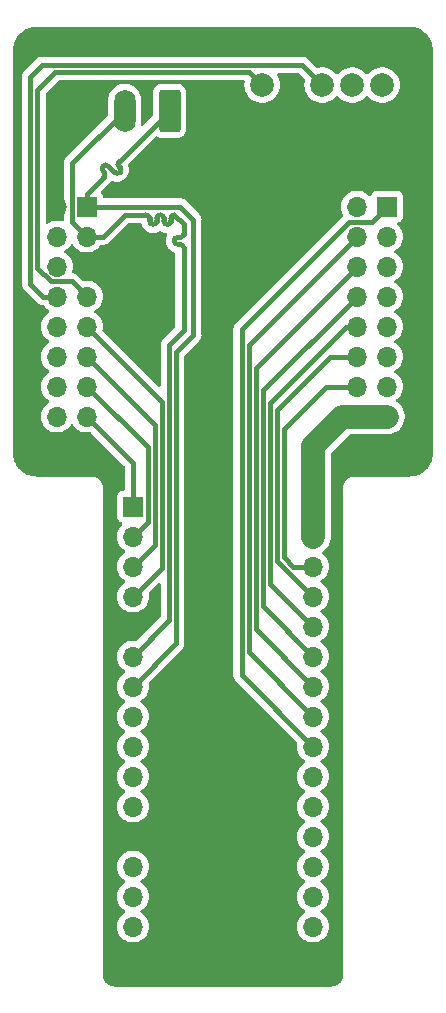
<source format=gbr>
%TF.GenerationSoftware,KiCad,Pcbnew,7.0.7-2.fc38*%
%TF.CreationDate,2024-02-23T01:30:41-08:00*%
%TF.ProjectId,SparrowBreadboardAdapter,53706172-726f-4774-9272-656164626f61,rev?*%
%TF.SameCoordinates,Original*%
%TF.FileFunction,Copper,L1,Top*%
%TF.FilePolarity,Positive*%
%FSLAX46Y46*%
G04 Gerber Fmt 4.6, Leading zero omitted, Abs format (unit mm)*
G04 Created by KiCad (PCBNEW 7.0.7-2.fc38) date 2024-02-23 01:30:41*
%MOMM*%
%LPD*%
G01*
G04 APERTURE LIST*
G04 Aperture macros list*
%AMRoundRect*
0 Rectangle with rounded corners*
0 $1 Rounding radius*
0 $2 $3 $4 $5 $6 $7 $8 $9 X,Y pos of 4 corners*
0 Add a 4 corners polygon primitive as box body*
4,1,4,$2,$3,$4,$5,$6,$7,$8,$9,$2,$3,0*
0 Add four circle primitives for the rounded corners*
1,1,$1+$1,$2,$3*
1,1,$1+$1,$4,$5*
1,1,$1+$1,$6,$7*
1,1,$1+$1,$8,$9*
0 Add four rect primitives between the rounded corners*
20,1,$1+$1,$2,$3,$4,$5,0*
20,1,$1+$1,$4,$5,$6,$7,0*
20,1,$1+$1,$6,$7,$8,$9,0*
20,1,$1+$1,$8,$9,$2,$3,0*%
G04 Aperture macros list end*
%TA.AperFunction,ComponentPad*%
%ADD10C,2.000000*%
%TD*%
%TA.AperFunction,ComponentPad*%
%ADD11O,1.800000X3.600000*%
%TD*%
%TA.AperFunction,ComponentPad*%
%ADD12RoundRect,0.250000X0.650000X1.550000X-0.650000X1.550000X-0.650000X-1.550000X0.650000X-1.550000X0*%
%TD*%
%TA.AperFunction,ComponentPad*%
%ADD13R,1.700000X1.700000*%
%TD*%
%TA.AperFunction,ComponentPad*%
%ADD14O,1.700000X1.700000*%
%TD*%
%TA.AperFunction,ViaPad*%
%ADD15C,0.800000*%
%TD*%
%TA.AperFunction,Conductor*%
%ADD16C,0.400000*%
%TD*%
%TA.AperFunction,Conductor*%
%ADD17C,2.000000*%
%TD*%
G04 APERTURE END LIST*
D10*
%TO.P,J4,1,1*%
%TO.N,/SWDIO*%
X150639980Y-53200000D03*
%TO.P,J4,2,2*%
%TO.N,GND*%
X153179985Y-53200000D03*
%TO.P,J4,3,3*%
%TO.N,/SWCLK*%
X155719990Y-53200000D03*
%TO.P,J4,4,4*%
%TO.N,/~{RESET}*%
X158259995Y-53200000D03*
%TO.P,J4,5,5*%
%TO.N,+3V3*%
X160800000Y-53200000D03*
%TD*%
D11*
%TO.P,J3,3,Pin_3*%
%TO.N,GND*%
X135180000Y-55400000D03*
%TO.P,J3,2,Pin_2*%
%TO.N,/CAN+*%
X138990000Y-55400000D03*
D12*
%TO.P,J3,1,Pin_1*%
%TO.N,/CAN-*%
X142800000Y-55400000D03*
%TD*%
D13*
%TO.P,U1,1,CANL*%
%TO.N,/CAN-*%
X135790000Y-63500000D03*
D14*
%TO.P,U1,2,GND*%
%TO.N,GND*%
X133250000Y-63500000D03*
%TO.P,U1,3,CANH*%
%TO.N,/CAN+*%
X135790000Y-66040000D03*
%TO.P,U1,4,PA0*%
%TO.N,/PA0*%
X133250000Y-66040000D03*
%TO.P,U1,5,GND*%
%TO.N,GND*%
X135790000Y-68580000D03*
%TO.P,U1,6,~{RESET}*%
%TO.N,/~{RESET}*%
X133250000Y-68580000D03*
%TO.P,U1,7,SWDIO*%
%TO.N,/SWDIO*%
X135790000Y-71120000D03*
%TO.P,U1,8,SWCLK*%
%TO.N,/SWCLK*%
X133250000Y-71120000D03*
%TO.P,U1,9,PA15*%
%TO.N,/PA15*%
X135790000Y-73660000D03*
%TO.P,U1,10,PB3*%
%TO.N,/PB3*%
X133250000Y-73660000D03*
%TO.P,U1,11,PB4*%
%TO.N,/PB4*%
X135790000Y-76200000D03*
%TO.P,U1,12,PB5*%
%TO.N,/PB5*%
X133250000Y-76200000D03*
%TO.P,U1,13,PB6*%
%TO.N,/PB6*%
X135790000Y-78740000D03*
%TO.P,U1,14,PB7*%
%TO.N,/PB7*%
X133250000Y-78740000D03*
%TO.P,U1,15,PD0*%
%TO.N,/PD0*%
X135790000Y-81280000D03*
%TO.P,U1,16,PD1*%
%TO.N,/PD1*%
X133250000Y-81280000D03*
D13*
%TO.P,U1,17,PA8*%
%TO.N,/PA8*%
X161190000Y-63500000D03*
D14*
%TO.P,U1,18,3V_OUT*%
%TO.N,+3V3*%
X158650000Y-63500000D03*
%TO.P,U1,19,PA9*%
%TO.N,/PA9*%
X161190000Y-66040000D03*
%TO.P,U1,20,PA10*%
%TO.N,/PA10*%
X158650000Y-66040000D03*
%TO.P,U1,21,PB1*%
%TO.N,/PB1*%
X161190000Y-68580000D03*
%TO.P,U1,22,PB2*%
%TO.N,/PB2*%
X158650000Y-68580000D03*
%TO.P,U1,23,PA7*%
%TO.N,/PA7*%
X161190000Y-71120000D03*
%TO.P,U1,24,PB0*%
%TO.N,/PB0*%
X158650000Y-71120000D03*
%TO.P,U1,25,PA2*%
%TO.N,/PA2*%
X161190000Y-73660000D03*
%TO.P,U1,26,PA1*%
%TO.N,/PA1*%
X158650000Y-73660000D03*
%TO.P,U1,27,PA4*%
%TO.N,/PA4*%
X161190000Y-76200000D03*
%TO.P,U1,28,PA3*%
%TO.N,/PA3*%
X158650000Y-76200000D03*
%TO.P,U1,29,PA6*%
%TO.N,/PA6*%
X161190000Y-78740000D03*
%TO.P,U1,30,PA5*%
%TO.N,/PA5*%
X158650000Y-78740000D03*
%TO.P,U1,31,VDC*%
%TO.N,/VDC*%
X161190000Y-81280000D03*
%TO.P,U1,32,VDC*%
X158650000Y-81280000D03*
%TD*%
D13*
%TO.P,J2,1,Pin_1*%
%TO.N,/VDC*%
X154940000Y-88900000D03*
D14*
%TO.P,J2,2,Pin_2*%
X154940000Y-91440000D03*
%TO.P,J2,3,Pin_3*%
%TO.N,/PA5*%
X154940000Y-93980000D03*
%TO.P,J2,4,Pin_4*%
%TO.N,/PA3*%
X154940000Y-96520000D03*
%TO.P,J2,5,Pin_5*%
%TO.N,/PA1*%
X154940000Y-99060000D03*
%TO.P,J2,6,Pin_6*%
%TO.N,/PB0*%
X154940000Y-101600000D03*
%TO.P,J2,7,Pin_7*%
%TO.N,/PB2*%
X154940000Y-104140000D03*
%TO.P,J2,8,Pin_8*%
%TO.N,/PA10*%
X154940000Y-106680000D03*
%TO.P,J2,9,Pin_9*%
%TO.N,/PA8*%
X154940000Y-109220000D03*
%TO.P,J2,10,Pin_10*%
%TO.N,/PA6*%
X154940000Y-111760000D03*
%TO.P,J2,11,Pin_11*%
%TO.N,/PA4*%
X154940000Y-114300000D03*
%TO.P,J2,12,Pin_12*%
%TO.N,/PA2*%
X154940000Y-116840000D03*
%TO.P,J2,13,Pin_13*%
%TO.N,/PA7*%
X154940000Y-119380000D03*
%TO.P,J2,14,Pin_14*%
%TO.N,/PB1*%
X154940000Y-121920000D03*
%TO.P,J2,15,Pin_15*%
%TO.N,/PA9*%
X154940000Y-124460000D03*
%TO.P,J2,16,Pin_16*%
%TO.N,GND*%
X154940000Y-127000000D03*
%TD*%
D13*
%TO.P,J1,1,Pin_1*%
%TO.N,/PD0*%
X139700000Y-88900000D03*
D14*
%TO.P,J1,2,Pin_2*%
%TO.N,/PB6*%
X139700000Y-91440000D03*
%TO.P,J1,3,Pin_3*%
%TO.N,/PB4*%
X139700000Y-93980000D03*
%TO.P,J1,4,Pin_4*%
%TO.N,/PA15*%
X139700000Y-96520000D03*
%TO.P,J1,5,Pin_5*%
%TO.N,GND*%
X139700000Y-99060000D03*
%TO.P,J1,6,Pin_6*%
%TO.N,/CAN+*%
X139700000Y-101600000D03*
%TO.P,J1,7,Pin_7*%
%TO.N,/CAN-*%
X139700000Y-104140000D03*
%TO.P,J1,8,Pin_8*%
%TO.N,/PD1*%
X139700000Y-106680000D03*
%TO.P,J1,9,Pin_9*%
%TO.N,/PB7*%
X139700000Y-109220000D03*
%TO.P,J1,10,Pin_10*%
%TO.N,/PB5*%
X139700000Y-111760000D03*
%TO.P,J1,11,Pin_11*%
%TO.N,/PB3*%
X139700000Y-114300000D03*
%TO.P,J1,12,Pin_12*%
%TO.N,GND*%
X139700000Y-116840000D03*
%TO.P,J1,13,Pin_13*%
%TO.N,/~{RESET}*%
X139700000Y-119380000D03*
%TO.P,J1,14,Pin_14*%
%TO.N,/PA0*%
X139700000Y-121920000D03*
%TO.P,J1,15,Pin_15*%
%TO.N,+3V3*%
X139700000Y-124460000D03*
%TO.P,J1,16,Pin_16*%
%TO.N,GND*%
X139700000Y-127000000D03*
%TD*%
D15*
%TO.N,GND*%
X135500000Y-49500000D03*
X133500000Y-49500000D03*
X131500000Y-49500000D03*
X148400000Y-122200000D03*
X148400000Y-121200000D03*
X135000000Y-83800000D03*
X133800000Y-83800000D03*
X132600000Y-83800000D03*
X160200000Y-83800000D03*
X161200000Y-83800000D03*
X162200000Y-83800000D03*
X151200000Y-63000000D03*
X152400000Y-63000000D03*
X152400000Y-61800000D03*
X151200000Y-61800000D03*
X139600000Y-67200000D03*
X140800000Y-68400000D03*
X140800000Y-67200000D03*
X142000000Y-67200000D03*
X142000000Y-68400000D03*
X142000000Y-69600000D03*
%TD*%
D16*
%TO.N,/CAN+*%
X141100000Y-64500000D02*
G75*
G03*
X140800000Y-64200000I-300000J0D01*
G01*
X144000000Y-65000000D02*
X143200000Y-64200000D01*
X142300000Y-64500000D02*
G75*
G03*
X142000000Y-64200000I-300000J0D01*
G01*
X142750000Y-75200000D02*
X144000000Y-73950000D01*
X137160000Y-66040000D02*
X135790000Y-66040000D01*
X141100034Y-64729766D02*
G75*
G03*
X141400000Y-65029766I299966J-34D01*
G01*
X142600000Y-65029800D02*
G75*
G03*
X142900000Y-64729766I0J300000D01*
G01*
X143200000Y-64200000D02*
G75*
G03*
X142900000Y-64500000I0J-300000D01*
G01*
X144000000Y-65800000D02*
X144000000Y-65150000D01*
X141400000Y-65029800D02*
G75*
G03*
X141700000Y-64729766I0J300000D01*
G01*
X142000000Y-64200000D02*
G75*
G03*
X141700000Y-64500000I0J-300000D01*
G01*
X143700000Y-66100000D02*
G75*
G03*
X144000000Y-65800000I0J300000D01*
G01*
X143470234Y-66100000D02*
X143700000Y-66100000D01*
X143470234Y-66100034D02*
G75*
G03*
X143170234Y-66400000I-34J-299966D01*
G01*
X142300034Y-64729766D02*
G75*
G03*
X142600000Y-65029766I299966J-34D01*
G01*
X142750000Y-98550000D02*
X142750000Y-75200000D01*
X141700000Y-64500000D02*
X141700000Y-64729766D01*
X143170200Y-66400000D02*
G75*
G03*
X143470234Y-66700000I300000J0D01*
G01*
X144000000Y-65150000D02*
X144000000Y-65000000D01*
X139700000Y-101600000D02*
X142750000Y-98550000D01*
X144000000Y-67000000D02*
G75*
G03*
X143700000Y-66700000I-300000J0D01*
G01*
X144000000Y-73950000D02*
X144000000Y-67000000D01*
X139000000Y-64200000D02*
X137160000Y-66040000D01*
X143700000Y-66700000D02*
X143470234Y-66700000D01*
X142900000Y-64500000D02*
X142900000Y-64729766D01*
X142300000Y-64729766D02*
X142300000Y-64500000D01*
X141100000Y-64729766D02*
X141100000Y-64500000D01*
X140800000Y-64200000D02*
X140177721Y-64200000D01*
X140177721Y-64200000D02*
X139000000Y-64200000D01*
%TO.N,/CAN-*%
X143700000Y-63500000D02*
X144800000Y-64600000D01*
X135790000Y-63500000D02*
X143700000Y-63500000D01*
X143350000Y-100490000D02*
X143350000Y-75800000D01*
X144800000Y-64600000D02*
X144800000Y-74350000D01*
X144800000Y-74350000D02*
X143350000Y-75800000D01*
%TO.N,/SWCLK*%
X133250000Y-71120000D02*
X132047919Y-71120000D01*
X132000000Y-51500000D02*
X154019990Y-51500000D01*
X132047919Y-71120000D02*
X131000000Y-70072081D01*
X131000000Y-70072081D02*
X131000000Y-52500000D01*
X131000000Y-52500000D02*
X132000000Y-51500000D01*
X154019990Y-51500000D02*
X155719990Y-53200000D01*
%TO.N,/SWDIO*%
X150639980Y-53200000D02*
X149539980Y-52100000D01*
X131600000Y-68697767D02*
X132732233Y-69830000D01*
X134500000Y-69830000D02*
X135790000Y-71120000D01*
X149539980Y-52100000D02*
X133100000Y-52100000D01*
X133100000Y-52100000D02*
X131600000Y-53600000D01*
X131600000Y-53600000D02*
X131600000Y-68697767D01*
X132732233Y-69830000D02*
X134500000Y-69830000D01*
%TO.N,/CAN-*%
X138141111Y-60613907D02*
X138075736Y-60548532D01*
X137161804Y-60058864D02*
X137161803Y-60058864D01*
X138565375Y-60613906D02*
X138565375Y-60613907D01*
X138075736Y-60548532D02*
X137586068Y-60058864D01*
X138499999Y-60124266D02*
X138565375Y-60189642D01*
X137227203Y-60972794D02*
X137227204Y-60972793D01*
X138500000Y-60124266D02*
X138499999Y-60124266D01*
X142800000Y-55400000D02*
X138500000Y-59700000D01*
X137161807Y-60058868D02*
G75*
G03*
X137161803Y-60483128I212093J-212132D01*
G01*
X137586067Y-60058865D02*
G75*
G03*
X137161805Y-60058865I-212131J-212131D01*
G01*
X137227241Y-60972832D02*
G75*
G03*
X137227203Y-60548530I-212141J212132D01*
G01*
X138141112Y-60613906D02*
G75*
G03*
X138565374Y-60613906I212131J212131D01*
G01*
X138565400Y-60613931D02*
G75*
G03*
X138565374Y-60189643I-212200J212131D01*
G01*
X138499967Y-59699967D02*
G75*
G03*
X138500000Y-60124266I212133J-212133D01*
G01*
X135790000Y-62410000D02*
X135790000Y-63500000D01*
X137161803Y-60483128D02*
X137227204Y-60548529D01*
X137227204Y-60972793D02*
X135790000Y-62410000D01*
%TO.N,/CAN+*%
X135790000Y-66040000D02*
X134540000Y-64790000D01*
X134540000Y-64790000D02*
X134540000Y-59850000D01*
X134540000Y-59850000D02*
X138990000Y-55400000D01*
%TO.N,/PA8*%
X148900000Y-103180000D02*
X154940000Y-109220000D01*
X148900000Y-73900000D02*
X148900000Y-103180000D01*
X158010000Y-64790000D02*
X148900000Y-73900000D01*
X159900000Y-64790000D02*
X158010000Y-64790000D01*
X161190000Y-63500000D02*
X159900000Y-64790000D01*
%TO.N,/PA10*%
X154940000Y-106680000D02*
X149500000Y-101240000D01*
X149500000Y-101240000D02*
X149500000Y-75190000D01*
X149500000Y-75190000D02*
X158650000Y-66040000D01*
%TO.N,/PB2*%
X154940000Y-104140000D02*
X150100000Y-99300000D01*
X150100000Y-99300000D02*
X150100000Y-77130000D01*
X150100000Y-77130000D02*
X158650000Y-68580000D01*
%TO.N,/PB0*%
X154940000Y-101600000D02*
X150700000Y-97360000D01*
X150700000Y-97360000D02*
X150700000Y-79070000D01*
X150700000Y-79070000D02*
X158650000Y-71120000D01*
%TO.N,/PA1*%
X154940000Y-99060000D02*
X151300000Y-95420000D01*
X151300000Y-95420000D02*
X151300000Y-80100000D01*
X151300000Y-80100000D02*
X157740000Y-73660000D01*
X157740000Y-73660000D02*
X158650000Y-73660000D01*
%TO.N,/PA3*%
X154940000Y-96520000D02*
X151900000Y-93480000D01*
X151900000Y-93480000D02*
X151900000Y-80700000D01*
X151900000Y-80700000D02*
X156400000Y-76200000D01*
X156400000Y-76200000D02*
X158650000Y-76200000D01*
%TO.N,/PA5*%
X154940000Y-93980000D02*
X153280000Y-93980000D01*
X153280000Y-93980000D02*
X152500000Y-93200000D01*
X152500000Y-93200000D02*
X152500000Y-82300000D01*
X152500000Y-82300000D02*
X156060000Y-78740000D01*
X156060000Y-78740000D02*
X158650000Y-78740000D01*
D17*
%TO.N,/VDC*%
X154940000Y-91440000D02*
X154940000Y-88900000D01*
X158650000Y-81280000D02*
X157420000Y-81280000D01*
X157420000Y-81280000D02*
X154940000Y-83760000D01*
X154940000Y-83760000D02*
X154940000Y-88900000D01*
X161190000Y-81280000D02*
X158650000Y-81280000D01*
D16*
%TO.N,/CAN-*%
X139700000Y-104140000D02*
X143350000Y-100490000D01*
%TO.N,/PA15*%
X135790000Y-73660000D02*
X142150000Y-80020000D01*
X142150000Y-80020000D02*
X142150000Y-94070000D01*
X142150000Y-94070000D02*
X139700000Y-96520000D01*
%TO.N,/PB4*%
X139700000Y-93980000D02*
X141550000Y-92130000D01*
X141550000Y-92130000D02*
X141550000Y-81960000D01*
X141550000Y-81960000D02*
X135790000Y-76200000D01*
%TO.N,/PB6*%
X139700000Y-91440000D02*
X140950000Y-90190000D01*
X140950000Y-90190000D02*
X140950000Y-83900000D01*
X140950000Y-83900000D02*
X135790000Y-78740000D01*
%TO.N,/PD0*%
X139700000Y-88900000D02*
X139700000Y-85190000D01*
X139700000Y-85190000D02*
X135790000Y-81280000D01*
%TD*%
%TA.AperFunction,Conductor*%
%TO.N,GND*%
G36*
X140377914Y-64920185D02*
G01*
X140423669Y-64972989D01*
X140427851Y-64984623D01*
X140428057Y-64984549D01*
X140429907Y-64989635D01*
X140429908Y-64989637D01*
X140450662Y-65046674D01*
X140489773Y-65154162D01*
X140568937Y-65291299D01*
X140577296Y-65305779D01*
X140689821Y-65439899D01*
X140823928Y-65552439D01*
X140975541Y-65639981D01*
X141140053Y-65699863D01*
X141312464Y-65730266D01*
X141321073Y-65730266D01*
X141348604Y-65730266D01*
X141348720Y-65730300D01*
X141400000Y-65730300D01*
X141487537Y-65730300D01*
X141487539Y-65730300D01*
X141659956Y-65699896D01*
X141824473Y-65640011D01*
X141938033Y-65574442D01*
X142005928Y-65557968D01*
X142062035Y-65574442D01*
X142175541Y-65639981D01*
X142340053Y-65699863D01*
X142509755Y-65729788D01*
X142572357Y-65760815D01*
X142608247Y-65820763D01*
X142606029Y-65890597D01*
X142595606Y-65913908D01*
X142560019Y-65975541D01*
X142500136Y-66140054D01*
X142469734Y-66312465D01*
X142469734Y-66348604D01*
X142469700Y-66348719D01*
X142469700Y-66400000D01*
X142469700Y-66487539D01*
X142474019Y-66512032D01*
X142500103Y-66659954D01*
X142559989Y-66824473D01*
X142647528Y-66976085D01*
X142647531Y-66976089D01*
X142647533Y-66976092D01*
X142667929Y-67000396D01*
X142733470Y-67078498D01*
X142760077Y-67110203D01*
X142894202Y-67222732D01*
X142963963Y-67263002D01*
X143045824Y-67310257D01*
X143045823Y-67310257D01*
X143045827Y-67310258D01*
X143045830Y-67310260D01*
X143210354Y-67370125D01*
X143210355Y-67370125D01*
X143215442Y-67371976D01*
X143214786Y-67373777D01*
X143267234Y-67405729D01*
X143297778Y-67468568D01*
X143299500Y-67489160D01*
X143299500Y-73608480D01*
X143279815Y-73675519D01*
X143263181Y-73696161D01*
X142270966Y-74688375D01*
X142268240Y-74690942D01*
X142221818Y-74732068D01*
X142186586Y-74783109D01*
X142184368Y-74786124D01*
X142146124Y-74834939D01*
X142146119Y-74834948D01*
X142141960Y-74844188D01*
X142130942Y-74863723D01*
X142125187Y-74872061D01*
X142125183Y-74872067D01*
X142125182Y-74872070D01*
X142125180Y-74872074D01*
X142125179Y-74872077D01*
X142103189Y-74930055D01*
X142101757Y-74933513D01*
X142076305Y-74990068D01*
X142074477Y-75000042D01*
X142068453Y-75021653D01*
X142064860Y-75031127D01*
X142064859Y-75031128D01*
X142057384Y-75092685D01*
X142056821Y-75096386D01*
X142045642Y-75157390D01*
X142045642Y-75157395D01*
X142049387Y-75219302D01*
X142049500Y-75223047D01*
X142049500Y-78629481D01*
X142029815Y-78696520D01*
X141977011Y-78742275D01*
X141907853Y-78752219D01*
X141844297Y-78723194D01*
X141837819Y-78717162D01*
X137152651Y-74031994D01*
X137119166Y-73970671D01*
X137120558Y-73912217D01*
X137125063Y-73895408D01*
X137145659Y-73660000D01*
X137125063Y-73424592D01*
X137063903Y-73196337D01*
X136964035Y-72982171D01*
X136958425Y-72974158D01*
X136828494Y-72788597D01*
X136661402Y-72621506D01*
X136661396Y-72621501D01*
X136475842Y-72491575D01*
X136432217Y-72436998D01*
X136425023Y-72367500D01*
X136456546Y-72305145D01*
X136475842Y-72288425D01*
X136498026Y-72272891D01*
X136661401Y-72158495D01*
X136828495Y-71991401D01*
X136964035Y-71797830D01*
X137063903Y-71583663D01*
X137125063Y-71355408D01*
X137145659Y-71120000D01*
X137125063Y-70884592D01*
X137063903Y-70656337D01*
X136964035Y-70442171D01*
X136960510Y-70437136D01*
X136828494Y-70248597D01*
X136661402Y-70081506D01*
X136661395Y-70081501D01*
X136467834Y-69945967D01*
X136467830Y-69945965D01*
X136253663Y-69846097D01*
X136253659Y-69846096D01*
X136253655Y-69846094D01*
X136025413Y-69784938D01*
X136025403Y-69784936D01*
X135790001Y-69764341D01*
X135789999Y-69764341D01*
X135554597Y-69784936D01*
X135554593Y-69784936D01*
X135554592Y-69784937D01*
X135554587Y-69784938D01*
X135554584Y-69784939D01*
X135537778Y-69789442D01*
X135467928Y-69787778D01*
X135418005Y-69757348D01*
X135279150Y-69618493D01*
X135011598Y-69350941D01*
X135009064Y-69348250D01*
X134967929Y-69301817D01*
X134967928Y-69301816D01*
X134967924Y-69301812D01*
X134916896Y-69266591D01*
X134913887Y-69264377D01*
X134865060Y-69226124D01*
X134865055Y-69226120D01*
X134855813Y-69221961D01*
X134836266Y-69210936D01*
X134827931Y-69205183D01*
X134827932Y-69205183D01*
X134827930Y-69205182D01*
X134769941Y-69183189D01*
X134766490Y-69181759D01*
X134709930Y-69156304D01*
X134699946Y-69154474D01*
X134678343Y-69148451D01*
X134668874Y-69144860D01*
X134668870Y-69144859D01*
X134644005Y-69141840D01*
X134579827Y-69114216D01*
X134540772Y-69056281D01*
X134539179Y-68986651D01*
X134562029Y-68901372D01*
X134585063Y-68815408D01*
X134605659Y-68580000D01*
X134585063Y-68344592D01*
X134523903Y-68116337D01*
X134424035Y-67902171D01*
X134418425Y-67894158D01*
X134288494Y-67708597D01*
X134121402Y-67541506D01*
X134121401Y-67541505D01*
X133935842Y-67411575D01*
X133935841Y-67411574D01*
X133892216Y-67356997D01*
X133885024Y-67287498D01*
X133916546Y-67225144D01*
X133935836Y-67208428D01*
X134121401Y-67078495D01*
X134288495Y-66911401D01*
X134418424Y-66725842D01*
X134473002Y-66682217D01*
X134542500Y-66675023D01*
X134604855Y-66706546D01*
X134621575Y-66725842D01*
X134751500Y-66911395D01*
X134751505Y-66911401D01*
X134918599Y-67078495D01*
X134963880Y-67110201D01*
X135112165Y-67214032D01*
X135112167Y-67214033D01*
X135112170Y-67214035D01*
X135326337Y-67313903D01*
X135554592Y-67375063D01*
X135742918Y-67391539D01*
X135789999Y-67395659D01*
X135790000Y-67395659D01*
X135790001Y-67395659D01*
X135829234Y-67392226D01*
X136025408Y-67375063D01*
X136253663Y-67313903D01*
X136467830Y-67214035D01*
X136661401Y-67078495D01*
X136828495Y-66911401D01*
X136911136Y-66793376D01*
X136965713Y-66749752D01*
X137012711Y-66740500D01*
X137136952Y-66740500D01*
X137140697Y-66740613D01*
X137148042Y-66741057D01*
X137202606Y-66744358D01*
X137240314Y-66737447D01*
X137263621Y-66733177D01*
X137267325Y-66732613D01*
X137285170Y-66730446D01*
X137328872Y-66725140D01*
X137338335Y-66721550D01*
X137359961Y-66715522D01*
X137360893Y-66715351D01*
X137369932Y-66713695D01*
X137426512Y-66688229D01*
X137429942Y-66686809D01*
X137487930Y-66664818D01*
X137496266Y-66659062D01*
X137515821Y-66648034D01*
X137525057Y-66643878D01*
X137573896Y-66605613D01*
X137576876Y-66603421D01*
X137627929Y-66568183D01*
X137669065Y-66521748D01*
X137671599Y-66519056D01*
X139253837Y-64936819D01*
X139315161Y-64903334D01*
X139341519Y-64900500D01*
X140135349Y-64900500D01*
X140310875Y-64900500D01*
X140377914Y-64920185D01*
G37*
%TD.AperFunction*%
%TA.AperFunction,Conductor*%
G36*
X163102028Y-48260633D02*
G01*
X163108650Y-48261066D01*
X163183708Y-48265986D01*
X163365459Y-48278985D01*
X163373100Y-48280015D01*
X163466738Y-48298641D01*
X163489420Y-48303153D01*
X163515023Y-48308722D01*
X163633666Y-48334531D01*
X163640383Y-48336395D01*
X163759437Y-48376809D01*
X163856671Y-48413076D01*
X163891741Y-48426157D01*
X163897499Y-48428643D01*
X164012952Y-48485578D01*
X164134906Y-48552170D01*
X164139634Y-48555032D01*
X164196571Y-48593076D01*
X164246652Y-48626539D01*
X164249361Y-48628456D01*
X164358642Y-48710263D01*
X164362346Y-48713266D01*
X164459517Y-48798482D01*
X164462471Y-48801250D01*
X164558748Y-48897527D01*
X164561522Y-48900488D01*
X164646727Y-48997646D01*
X164649741Y-49001363D01*
X164692900Y-49059018D01*
X164731541Y-49110636D01*
X164733459Y-49113346D01*
X164804962Y-49220357D01*
X164807828Y-49225091D01*
X164874421Y-49347047D01*
X164931355Y-49462499D01*
X164933841Y-49468257D01*
X164970212Y-49565768D01*
X164983196Y-49600578D01*
X165012831Y-49687881D01*
X165023597Y-49719596D01*
X165025472Y-49726352D01*
X165056846Y-49870579D01*
X165079980Y-49986880D01*
X165081015Y-49994560D01*
X165094017Y-50176350D01*
X165099367Y-50257966D01*
X165099500Y-50262023D01*
X165099500Y-84357975D01*
X165099367Y-84362032D01*
X165094017Y-84443648D01*
X165081015Y-84625438D01*
X165079980Y-84633118D01*
X165056846Y-84749420D01*
X165025472Y-84893646D01*
X165023597Y-84900401D01*
X164989297Y-85001448D01*
X164983208Y-85019388D01*
X164983195Y-85019425D01*
X164933841Y-85151741D01*
X164931355Y-85157499D01*
X164874421Y-85272952D01*
X164807828Y-85394907D01*
X164804961Y-85399641D01*
X164733459Y-85506652D01*
X164731541Y-85509362D01*
X164649748Y-85618626D01*
X164646727Y-85622352D01*
X164561522Y-85719510D01*
X164558748Y-85722471D01*
X164462471Y-85818748D01*
X164459510Y-85821522D01*
X164362352Y-85906727D01*
X164358626Y-85909748D01*
X164249362Y-85991541D01*
X164246652Y-85993459D01*
X164139641Y-86064961D01*
X164134907Y-86067828D01*
X164012952Y-86134421D01*
X163897499Y-86191355D01*
X163891741Y-86193841D01*
X163770956Y-86238893D01*
X163759418Y-86243197D01*
X163640401Y-86283597D01*
X163633646Y-86285472D01*
X163489420Y-86316846D01*
X163373118Y-86339980D01*
X163365438Y-86341015D01*
X163183648Y-86354017D01*
X163132582Y-86357364D01*
X163102025Y-86359367D01*
X163097976Y-86359500D01*
X158547096Y-86359500D01*
X158531519Y-86354926D01*
X158488111Y-86359201D01*
X158482031Y-86359500D01*
X158392463Y-86359500D01*
X158329352Y-86370628D01*
X158317550Y-86369311D01*
X158294368Y-86376344D01*
X158287131Y-86378073D01*
X158220062Y-86389898D01*
X158142407Y-86418163D01*
X158129355Y-86418992D01*
X158114133Y-86427129D01*
X158098092Y-86434292D01*
X158055558Y-86449773D01*
X158055550Y-86449777D01*
X157971024Y-86498579D01*
X157956686Y-86502057D01*
X157944818Y-86511797D01*
X157928158Y-86523327D01*
X157903949Y-86537304D01*
X157899509Y-86540414D01*
X157899246Y-86540039D01*
X157885444Y-86549368D01*
X157881918Y-86551252D01*
X157865339Y-86569700D01*
X157818606Y-86608914D01*
X157803590Y-86615485D01*
X157795017Y-86625932D01*
X157778874Y-86642253D01*
X157769836Y-86649836D01*
X157762253Y-86658874D01*
X157745932Y-86675017D01*
X157740904Y-86679143D01*
X157728914Y-86698606D01*
X157689700Y-86745339D01*
X157674824Y-86755235D01*
X157669368Y-86765444D01*
X157660039Y-86779246D01*
X157660414Y-86779509D01*
X157657304Y-86783949D01*
X157643327Y-86808158D01*
X157631797Y-86824818D01*
X157626096Y-86831763D01*
X157618579Y-86851024D01*
X157569777Y-86935550D01*
X157569773Y-86935558D01*
X157554292Y-86978092D01*
X157547129Y-86994133D01*
X157541678Y-87004329D01*
X157538163Y-87022407D01*
X157509898Y-87100062D01*
X157498073Y-87167131D01*
X157496344Y-87174368D01*
X157490831Y-87192541D01*
X157490628Y-87209352D01*
X157479500Y-87272463D01*
X157479500Y-87362030D01*
X157479201Y-87368110D01*
X157475637Y-87404297D01*
X157479500Y-87427096D01*
X157479500Y-128537289D01*
X157479264Y-128542697D01*
X157475523Y-128585445D01*
X157463082Y-128711760D01*
X157459454Y-128731699D01*
X157441601Y-128798330D01*
X157413318Y-128891563D01*
X157407040Y-128907971D01*
X157375614Y-128975367D01*
X157374101Y-128978393D01*
X157329236Y-129062327D01*
X157325341Y-129068667D01*
X157279015Y-129134828D01*
X157276154Y-129138600D01*
X157216895Y-129210808D01*
X157212806Y-129215320D01*
X157155320Y-129272806D01*
X157150808Y-129276895D01*
X157078600Y-129336154D01*
X157074828Y-129339015D01*
X157008667Y-129385341D01*
X157002327Y-129389236D01*
X156918393Y-129434101D01*
X156915367Y-129435614D01*
X156847971Y-129467040D01*
X156831563Y-129473318D01*
X156738330Y-129501601D01*
X156671699Y-129519454D01*
X156651760Y-129523082D01*
X156525445Y-129535523D01*
X156484789Y-129539080D01*
X156482696Y-129539264D01*
X156477290Y-129539500D01*
X138162710Y-129539500D01*
X138157303Y-129539264D01*
X138155015Y-129539063D01*
X138114554Y-129535523D01*
X137988238Y-129523082D01*
X137968299Y-129519454D01*
X137901665Y-129501600D01*
X137808438Y-129473320D01*
X137792027Y-129467041D01*
X137724624Y-129435609D01*
X137721600Y-129434097D01*
X137637666Y-129389234D01*
X137631331Y-129385342D01*
X137598983Y-129362692D01*
X137565172Y-129339016D01*
X137561401Y-129336155D01*
X137489190Y-129276895D01*
X137484688Y-129272815D01*
X137427182Y-129215309D01*
X137423103Y-129210808D01*
X137363843Y-129138597D01*
X137360982Y-129134826D01*
X137339948Y-129104789D01*
X137314650Y-129068659D01*
X137310764Y-129062332D01*
X137265901Y-128978398D01*
X137264389Y-128975374D01*
X137258046Y-128961772D01*
X137232952Y-128907959D01*
X137226680Y-128891563D01*
X137198398Y-128798330D01*
X137180541Y-128731685D01*
X137176918Y-128711771D01*
X137164482Y-128585519D01*
X137160735Y-128542695D01*
X137160500Y-128537293D01*
X137160500Y-124460000D01*
X138344341Y-124460000D01*
X138364936Y-124695403D01*
X138364938Y-124695413D01*
X138426094Y-124923655D01*
X138426096Y-124923659D01*
X138426097Y-124923663D01*
X138525964Y-125137830D01*
X138525965Y-125137830D01*
X138525967Y-125137834D01*
X138634281Y-125292521D01*
X138661505Y-125331401D01*
X138828599Y-125498495D01*
X138925384Y-125566264D01*
X139022165Y-125634032D01*
X139022167Y-125634033D01*
X139022170Y-125634035D01*
X139236337Y-125733903D01*
X139464592Y-125795063D01*
X139652918Y-125811539D01*
X139699999Y-125815659D01*
X139700000Y-125815659D01*
X139700001Y-125815659D01*
X139739234Y-125812226D01*
X139935408Y-125795063D01*
X140163663Y-125733903D01*
X140377830Y-125634035D01*
X140571401Y-125498495D01*
X140738495Y-125331401D01*
X140874035Y-125137830D01*
X140973903Y-124923663D01*
X141035063Y-124695408D01*
X141055659Y-124460000D01*
X141035063Y-124224592D01*
X140973903Y-123996337D01*
X140874035Y-123782171D01*
X140738495Y-123588599D01*
X140738494Y-123588597D01*
X140571402Y-123421506D01*
X140571401Y-123421505D01*
X140385842Y-123291575D01*
X140385841Y-123291574D01*
X140342216Y-123236997D01*
X140335024Y-123167498D01*
X140366546Y-123105144D01*
X140385836Y-123088428D01*
X140571401Y-122958495D01*
X140738495Y-122791401D01*
X140874035Y-122597830D01*
X140973903Y-122383663D01*
X141035063Y-122155408D01*
X141055659Y-121920000D01*
X141035063Y-121684592D01*
X140973903Y-121456337D01*
X140874035Y-121242171D01*
X140738495Y-121048599D01*
X140738494Y-121048597D01*
X140571402Y-120881506D01*
X140571396Y-120881501D01*
X140385842Y-120751575D01*
X140342217Y-120696998D01*
X140335023Y-120627500D01*
X140366546Y-120565145D01*
X140385842Y-120548425D01*
X140408026Y-120532891D01*
X140571401Y-120418495D01*
X140738495Y-120251401D01*
X140874035Y-120057830D01*
X140973903Y-119843663D01*
X141035063Y-119615408D01*
X141055659Y-119380000D01*
X141035063Y-119144592D01*
X140973903Y-118916337D01*
X140874035Y-118702171D01*
X140738495Y-118508599D01*
X140738494Y-118508597D01*
X140571402Y-118341506D01*
X140571395Y-118341501D01*
X140377834Y-118205967D01*
X140377830Y-118205965D01*
X140377830Y-118205964D01*
X140163663Y-118106097D01*
X140163659Y-118106096D01*
X140163655Y-118106094D01*
X139935413Y-118044938D01*
X139935403Y-118044936D01*
X139700001Y-118024341D01*
X139699999Y-118024341D01*
X139464596Y-118044936D01*
X139464586Y-118044938D01*
X139236344Y-118106094D01*
X139236335Y-118106098D01*
X139022171Y-118205964D01*
X139022169Y-118205965D01*
X138828597Y-118341505D01*
X138661505Y-118508597D01*
X138525965Y-118702169D01*
X138525964Y-118702171D01*
X138426098Y-118916335D01*
X138426094Y-118916344D01*
X138364938Y-119144586D01*
X138364936Y-119144596D01*
X138344341Y-119379999D01*
X138344341Y-119380000D01*
X138364936Y-119615403D01*
X138364938Y-119615413D01*
X138426094Y-119843655D01*
X138426096Y-119843659D01*
X138426097Y-119843663D01*
X138525964Y-120057830D01*
X138525965Y-120057830D01*
X138525967Y-120057834D01*
X138661501Y-120251395D01*
X138661506Y-120251402D01*
X138828597Y-120418493D01*
X138828603Y-120418498D01*
X139014158Y-120548425D01*
X139057783Y-120603002D01*
X139064977Y-120672500D01*
X139033454Y-120734855D01*
X139014158Y-120751575D01*
X138828597Y-120881505D01*
X138661505Y-121048597D01*
X138525965Y-121242169D01*
X138525964Y-121242171D01*
X138426098Y-121456335D01*
X138426094Y-121456344D01*
X138364938Y-121684586D01*
X138364936Y-121684596D01*
X138344341Y-121919999D01*
X138344341Y-121920000D01*
X138364936Y-122155403D01*
X138364938Y-122155413D01*
X138426094Y-122383655D01*
X138426096Y-122383659D01*
X138426097Y-122383663D01*
X138525965Y-122597829D01*
X138525965Y-122597830D01*
X138525967Y-122597834D01*
X138661501Y-122791395D01*
X138661506Y-122791402D01*
X138828597Y-122958493D01*
X138828603Y-122958498D01*
X139014158Y-123088425D01*
X139057783Y-123143002D01*
X139064977Y-123212500D01*
X139033454Y-123274855D01*
X139014158Y-123291575D01*
X138828597Y-123421505D01*
X138661505Y-123588597D01*
X138525965Y-123782169D01*
X138525964Y-123782171D01*
X138426098Y-123996335D01*
X138426094Y-123996344D01*
X138364938Y-124224586D01*
X138364936Y-124224596D01*
X138344341Y-124459999D01*
X138344341Y-124460000D01*
X137160500Y-124460000D01*
X137160500Y-87427095D01*
X137165073Y-87411520D01*
X137160799Y-87368120D01*
X137160500Y-87362040D01*
X137160500Y-87272472D01*
X137160500Y-87272468D01*
X137149371Y-87209352D01*
X137150687Y-87197552D01*
X137143657Y-87174379D01*
X137141928Y-87167140D01*
X137141926Y-87167131D01*
X137130101Y-87100062D01*
X137101836Y-87022407D01*
X137101007Y-87009359D01*
X137092874Y-86994143D01*
X137085709Y-86978098D01*
X137085707Y-86978092D01*
X137070225Y-86935555D01*
X137070222Y-86935550D01*
X137070221Y-86935547D01*
X137021421Y-86851025D01*
X137017942Y-86836688D01*
X137008206Y-86824824D01*
X136996675Y-86808163D01*
X136982692Y-86783945D01*
X136979586Y-86779509D01*
X136979961Y-86779245D01*
X136970627Y-86765438D01*
X136968745Y-86761918D01*
X136950297Y-86745337D01*
X136911085Y-86698606D01*
X136904513Y-86683590D01*
X136894070Y-86675020D01*
X136877744Y-86658872D01*
X136870163Y-86649837D01*
X136861125Y-86642253D01*
X136844977Y-86625928D01*
X136840853Y-86620903D01*
X136821393Y-86608914D01*
X136774661Y-86569702D01*
X136764762Y-86554824D01*
X136754560Y-86549371D01*
X136740754Y-86540038D01*
X136740491Y-86540414D01*
X136736057Y-86537310D01*
X136736055Y-86537308D01*
X136724174Y-86530448D01*
X136711838Y-86523326D01*
X136695173Y-86511792D01*
X136688232Y-86506096D01*
X136668974Y-86498578D01*
X136584449Y-86449777D01*
X136584448Y-86449776D01*
X136576230Y-86446785D01*
X136541900Y-86434289D01*
X136525862Y-86427128D01*
X136515669Y-86421679D01*
X136497592Y-86418162D01*
X136419940Y-86389899D01*
X136352866Y-86378072D01*
X136345629Y-86376343D01*
X136327463Y-86370832D01*
X136310646Y-86370628D01*
X136247536Y-86359500D01*
X136247532Y-86359500D01*
X136160099Y-86359500D01*
X136157968Y-86359500D01*
X136151888Y-86359201D01*
X136115701Y-86355637D01*
X136092903Y-86359500D01*
X131542024Y-86359500D01*
X131537974Y-86359367D01*
X131499954Y-86356875D01*
X131456350Y-86354017D01*
X131274560Y-86341015D01*
X131266880Y-86339980D01*
X131150579Y-86316846D01*
X131006352Y-86285472D01*
X130999596Y-86283597D01*
X130967881Y-86272831D01*
X130880578Y-86243196D01*
X130845768Y-86230212D01*
X130748257Y-86193841D01*
X130742499Y-86191355D01*
X130627047Y-86134421D01*
X130505091Y-86067828D01*
X130500357Y-86064962D01*
X130393349Y-85993461D01*
X130390639Y-85991543D01*
X130350592Y-85961564D01*
X130281353Y-85909732D01*
X130277646Y-85906727D01*
X130180492Y-85821526D01*
X130177549Y-85818769D01*
X130081228Y-85722448D01*
X130078469Y-85719502D01*
X130045450Y-85681851D01*
X129993265Y-85622345D01*
X129990271Y-85618652D01*
X129908454Y-85509358D01*
X129906537Y-85506649D01*
X129905542Y-85505160D01*
X129835032Y-85399634D01*
X129832170Y-85394906D01*
X129765578Y-85272952D01*
X129708643Y-85157499D01*
X129706157Y-85151741D01*
X129693076Y-85116671D01*
X129656805Y-85019425D01*
X129616395Y-84900383D01*
X129614531Y-84893666D01*
X129583153Y-84749420D01*
X129569286Y-84679708D01*
X129560015Y-84633100D01*
X129558985Y-84625459D01*
X129545988Y-84443743D01*
X129540631Y-84362007D01*
X129540499Y-84357994D01*
X129540499Y-70114686D01*
X130295642Y-70114686D01*
X130306821Y-70175693D01*
X130307384Y-70179394D01*
X130314859Y-70240951D01*
X130314860Y-70240955D01*
X130318451Y-70250424D01*
X130324474Y-70272027D01*
X130326304Y-70282011D01*
X130351759Y-70338571D01*
X130353189Y-70342022D01*
X130375182Y-70400011D01*
X130375183Y-70400012D01*
X130380936Y-70408347D01*
X130391961Y-70427894D01*
X130396120Y-70437136D01*
X130396124Y-70437141D01*
X130400065Y-70442171D01*
X130433601Y-70484977D01*
X130434371Y-70485959D01*
X130436591Y-70488977D01*
X130471812Y-70540005D01*
X130471816Y-70540009D01*
X130471817Y-70540010D01*
X130518250Y-70581145D01*
X130520941Y-70583679D01*
X131536318Y-71599056D01*
X131538854Y-71601750D01*
X131579990Y-71648183D01*
X131611350Y-71669829D01*
X131631029Y-71683413D01*
X131634046Y-71685633D01*
X131682857Y-71723874D01*
X131682862Y-71723877D01*
X131692093Y-71728031D01*
X131711646Y-71739059D01*
X131719989Y-71744818D01*
X131777976Y-71766809D01*
X131781431Y-71768239D01*
X131811012Y-71781553D01*
X131837982Y-71793692D01*
X131837983Y-71793692D01*
X131837987Y-71793694D01*
X131847949Y-71795519D01*
X131869570Y-71801546D01*
X131879044Y-71805139D01*
X131879047Y-71805140D01*
X131884829Y-71805842D01*
X131940608Y-71812615D01*
X131944305Y-71813177D01*
X132005313Y-71824357D01*
X132021651Y-71823368D01*
X132089754Y-71838967D01*
X132130714Y-71876019D01*
X132211505Y-71991402D01*
X132378597Y-72158493D01*
X132378603Y-72158498D01*
X132564158Y-72288425D01*
X132607783Y-72343002D01*
X132614977Y-72412500D01*
X132583454Y-72474855D01*
X132564158Y-72491575D01*
X132378597Y-72621505D01*
X132211505Y-72788597D01*
X132075965Y-72982169D01*
X132075964Y-72982171D01*
X131976098Y-73196335D01*
X131976094Y-73196344D01*
X131914938Y-73424586D01*
X131914936Y-73424596D01*
X131894341Y-73659999D01*
X131894341Y-73660000D01*
X131914936Y-73895403D01*
X131914938Y-73895413D01*
X131976094Y-74123655D01*
X131976096Y-74123659D01*
X131976097Y-74123663D01*
X131980000Y-74132032D01*
X132075965Y-74337830D01*
X132075967Y-74337834D01*
X132184281Y-74492521D01*
X132211501Y-74531396D01*
X132211506Y-74531402D01*
X132378597Y-74698493D01*
X132378603Y-74698498D01*
X132564158Y-74828425D01*
X132607783Y-74883002D01*
X132614977Y-74952500D01*
X132583454Y-75014855D01*
X132564158Y-75031575D01*
X132378597Y-75161505D01*
X132211505Y-75328597D01*
X132075965Y-75522169D01*
X132075964Y-75522171D01*
X131976098Y-75736335D01*
X131976094Y-75736344D01*
X131914938Y-75964586D01*
X131914936Y-75964596D01*
X131894341Y-76199999D01*
X131894341Y-76200000D01*
X131914936Y-76435403D01*
X131914938Y-76435413D01*
X131976094Y-76663655D01*
X131976096Y-76663659D01*
X131976097Y-76663663D01*
X131980000Y-76672032D01*
X132075965Y-76877830D01*
X132075967Y-76877834D01*
X132184281Y-77032521D01*
X132211501Y-77071396D01*
X132211506Y-77071402D01*
X132378597Y-77238493D01*
X132378603Y-77238498D01*
X132564158Y-77368425D01*
X132607783Y-77423002D01*
X132614977Y-77492500D01*
X132583454Y-77554855D01*
X132564158Y-77571575D01*
X132378597Y-77701505D01*
X132211505Y-77868597D01*
X132075965Y-78062169D01*
X132075964Y-78062171D01*
X131976098Y-78276335D01*
X131976094Y-78276344D01*
X131914938Y-78504586D01*
X131914936Y-78504596D01*
X131894341Y-78739999D01*
X131894341Y-78740000D01*
X131914936Y-78975403D01*
X131914938Y-78975413D01*
X131976094Y-79203655D01*
X131976096Y-79203659D01*
X131976097Y-79203663D01*
X131980000Y-79212032D01*
X132075965Y-79417830D01*
X132075967Y-79417834D01*
X132184281Y-79572521D01*
X132211501Y-79611396D01*
X132211506Y-79611402D01*
X132378597Y-79778493D01*
X132378603Y-79778498D01*
X132564158Y-79908425D01*
X132607783Y-79963002D01*
X132614977Y-80032500D01*
X132583454Y-80094855D01*
X132564158Y-80111575D01*
X132378597Y-80241505D01*
X132211505Y-80408597D01*
X132075965Y-80602169D01*
X132075964Y-80602171D01*
X131976098Y-80816335D01*
X131976094Y-80816344D01*
X131914938Y-81044586D01*
X131914936Y-81044596D01*
X131894341Y-81279999D01*
X131894341Y-81280000D01*
X131914936Y-81515403D01*
X131914938Y-81515413D01*
X131976094Y-81743655D01*
X131976096Y-81743659D01*
X131976097Y-81743663D01*
X132041915Y-81884810D01*
X132075965Y-81957830D01*
X132075967Y-81957834D01*
X132177971Y-82103509D01*
X132211505Y-82151401D01*
X132378599Y-82318495D01*
X132475384Y-82386264D01*
X132572165Y-82454032D01*
X132572167Y-82454033D01*
X132572170Y-82454035D01*
X132786337Y-82553903D01*
X133014592Y-82615063D01*
X133189685Y-82630382D01*
X133249999Y-82635659D01*
X133250000Y-82635659D01*
X133250001Y-82635659D01*
X133289318Y-82632219D01*
X133485408Y-82615063D01*
X133713663Y-82553903D01*
X133927830Y-82454035D01*
X134121401Y-82318495D01*
X134288495Y-82151401D01*
X134418424Y-81965842D01*
X134473002Y-81922217D01*
X134542500Y-81915023D01*
X134604855Y-81946546D01*
X134621575Y-81965842D01*
X134751500Y-82151395D01*
X134751505Y-82151401D01*
X134918599Y-82318495D01*
X135015384Y-82386264D01*
X135112165Y-82454032D01*
X135112167Y-82454033D01*
X135112170Y-82454035D01*
X135326337Y-82553903D01*
X135554592Y-82615063D01*
X135729685Y-82630382D01*
X135789999Y-82635659D01*
X135790000Y-82635659D01*
X135790001Y-82635659D01*
X135829318Y-82632219D01*
X136025408Y-82615063D01*
X136042216Y-82610559D01*
X136112064Y-82612218D01*
X136161994Y-82642651D01*
X138963182Y-85443839D01*
X138996666Y-85505160D01*
X138999500Y-85531518D01*
X138999500Y-87425500D01*
X138979815Y-87492539D01*
X138927011Y-87538294D01*
X138875502Y-87549500D01*
X138802130Y-87549500D01*
X138802123Y-87549501D01*
X138742516Y-87555908D01*
X138607671Y-87606202D01*
X138607664Y-87606206D01*
X138492455Y-87692452D01*
X138492452Y-87692455D01*
X138406206Y-87807664D01*
X138406202Y-87807671D01*
X138355908Y-87942517D01*
X138349501Y-88002116D01*
X138349500Y-88002135D01*
X138349500Y-89797870D01*
X138349501Y-89797876D01*
X138355908Y-89857483D01*
X138406202Y-89992328D01*
X138406206Y-89992335D01*
X138492452Y-90107544D01*
X138492455Y-90107547D01*
X138607664Y-90193793D01*
X138607671Y-90193797D01*
X138739081Y-90242810D01*
X138795015Y-90284681D01*
X138819432Y-90350145D01*
X138804580Y-90418418D01*
X138783430Y-90446673D01*
X138661503Y-90568600D01*
X138525965Y-90762169D01*
X138525964Y-90762171D01*
X138426098Y-90976335D01*
X138426094Y-90976344D01*
X138364938Y-91204586D01*
X138364936Y-91204596D01*
X138344341Y-91439999D01*
X138344341Y-91440000D01*
X138364936Y-91675403D01*
X138364938Y-91675413D01*
X138426094Y-91903655D01*
X138426096Y-91903659D01*
X138426097Y-91903663D01*
X138525965Y-92117829D01*
X138525965Y-92117830D01*
X138525967Y-92117834D01*
X138661501Y-92311395D01*
X138661506Y-92311402D01*
X138828597Y-92478493D01*
X138828603Y-92478498D01*
X139014158Y-92608425D01*
X139057783Y-92663002D01*
X139064977Y-92732500D01*
X139033454Y-92794855D01*
X139014158Y-92811575D01*
X138828597Y-92941505D01*
X138661505Y-93108597D01*
X138525965Y-93302169D01*
X138525964Y-93302171D01*
X138426098Y-93516335D01*
X138426094Y-93516344D01*
X138364938Y-93744586D01*
X138364936Y-93744596D01*
X138344341Y-93979999D01*
X138344341Y-93980000D01*
X138364936Y-94215403D01*
X138364938Y-94215413D01*
X138426094Y-94443655D01*
X138426096Y-94443659D01*
X138426097Y-94443663D01*
X138485549Y-94571157D01*
X138525965Y-94657830D01*
X138525967Y-94657834D01*
X138661501Y-94851395D01*
X138661506Y-94851402D01*
X138828597Y-95018493D01*
X138828603Y-95018498D01*
X139014158Y-95148425D01*
X139057783Y-95203002D01*
X139064977Y-95272500D01*
X139033454Y-95334855D01*
X139014158Y-95351575D01*
X138828597Y-95481505D01*
X138661505Y-95648597D01*
X138525965Y-95842169D01*
X138525964Y-95842171D01*
X138426098Y-96056335D01*
X138426094Y-96056344D01*
X138364938Y-96284586D01*
X138364936Y-96284596D01*
X138344341Y-96519999D01*
X138344341Y-96520000D01*
X138364936Y-96755403D01*
X138364938Y-96755413D01*
X138426094Y-96983655D01*
X138426096Y-96983659D01*
X138426097Y-96983663D01*
X138525965Y-97197830D01*
X138525967Y-97197834D01*
X138634281Y-97352521D01*
X138661505Y-97391401D01*
X138828599Y-97558495D01*
X138925384Y-97626265D01*
X139022165Y-97694032D01*
X139022167Y-97694033D01*
X139022170Y-97694035D01*
X139236337Y-97793903D01*
X139464592Y-97855063D01*
X139652918Y-97871539D01*
X139699999Y-97875659D01*
X139700000Y-97875659D01*
X139700001Y-97875659D01*
X139739234Y-97872226D01*
X139935408Y-97855063D01*
X140163663Y-97793903D01*
X140377830Y-97694035D01*
X140571401Y-97558495D01*
X140738495Y-97391401D01*
X140874035Y-97197830D01*
X140973903Y-96983663D01*
X141035063Y-96755408D01*
X141055659Y-96520000D01*
X141035063Y-96284592D01*
X141030558Y-96267778D01*
X141032219Y-96197932D01*
X141062649Y-96148006D01*
X141837820Y-95372836D01*
X141899142Y-95339352D01*
X141968834Y-95344336D01*
X142024767Y-95386208D01*
X142049184Y-95451672D01*
X142049500Y-95460518D01*
X142049500Y-98208480D01*
X142029815Y-98275519D01*
X142013181Y-98296161D01*
X140071994Y-100237347D01*
X140010671Y-100270832D01*
X139952225Y-100269442D01*
X139935410Y-100264937D01*
X139700001Y-100244341D01*
X139699999Y-100244341D01*
X139464596Y-100264936D01*
X139464586Y-100264938D01*
X139236344Y-100326094D01*
X139236335Y-100326098D01*
X139022171Y-100425964D01*
X139022169Y-100425965D01*
X138828597Y-100561505D01*
X138661505Y-100728597D01*
X138525965Y-100922169D01*
X138525964Y-100922171D01*
X138426098Y-101136335D01*
X138426094Y-101136344D01*
X138364938Y-101364586D01*
X138364936Y-101364596D01*
X138344341Y-101599999D01*
X138344341Y-101600000D01*
X138364936Y-101835403D01*
X138364938Y-101835413D01*
X138426094Y-102063655D01*
X138426096Y-102063659D01*
X138426097Y-102063663D01*
X138525965Y-102277829D01*
X138525965Y-102277830D01*
X138525967Y-102277834D01*
X138661501Y-102471395D01*
X138661506Y-102471402D01*
X138828597Y-102638493D01*
X138828603Y-102638498D01*
X139014158Y-102768425D01*
X139057783Y-102823002D01*
X139064977Y-102892500D01*
X139033454Y-102954855D01*
X139014158Y-102971575D01*
X138828597Y-103101505D01*
X138661505Y-103268597D01*
X138525965Y-103462169D01*
X138525964Y-103462171D01*
X138426098Y-103676335D01*
X138426094Y-103676344D01*
X138364938Y-103904586D01*
X138364936Y-103904596D01*
X138344341Y-104139999D01*
X138344341Y-104140000D01*
X138364936Y-104375403D01*
X138364938Y-104375413D01*
X138426094Y-104603655D01*
X138426096Y-104603659D01*
X138426097Y-104603663D01*
X138525964Y-104817830D01*
X138525965Y-104817830D01*
X138525967Y-104817834D01*
X138661501Y-105011395D01*
X138661506Y-105011402D01*
X138828597Y-105178493D01*
X138828603Y-105178498D01*
X139014158Y-105308425D01*
X139057783Y-105363002D01*
X139064977Y-105432500D01*
X139033454Y-105494855D01*
X139014158Y-105511575D01*
X138828597Y-105641505D01*
X138661505Y-105808597D01*
X138525965Y-106002169D01*
X138525964Y-106002171D01*
X138426098Y-106216335D01*
X138426094Y-106216344D01*
X138364938Y-106444586D01*
X138364936Y-106444596D01*
X138344341Y-106679999D01*
X138344341Y-106680000D01*
X138364936Y-106915403D01*
X138364938Y-106915413D01*
X138426094Y-107143655D01*
X138426096Y-107143659D01*
X138426097Y-107143663D01*
X138525965Y-107357829D01*
X138525965Y-107357830D01*
X138525967Y-107357834D01*
X138661501Y-107551395D01*
X138661506Y-107551402D01*
X138828597Y-107718493D01*
X138828603Y-107718498D01*
X139014158Y-107848425D01*
X139057783Y-107903002D01*
X139064977Y-107972500D01*
X139033454Y-108034855D01*
X139014158Y-108051575D01*
X138828597Y-108181505D01*
X138661505Y-108348597D01*
X138525965Y-108542169D01*
X138525964Y-108542171D01*
X138426098Y-108756335D01*
X138426094Y-108756344D01*
X138364938Y-108984586D01*
X138364936Y-108984596D01*
X138344341Y-109219999D01*
X138344341Y-109220000D01*
X138364936Y-109455403D01*
X138364938Y-109455413D01*
X138426094Y-109683655D01*
X138426096Y-109683659D01*
X138426097Y-109683663D01*
X138525964Y-109897830D01*
X138525965Y-109897830D01*
X138525967Y-109897834D01*
X138661501Y-110091395D01*
X138661506Y-110091402D01*
X138828597Y-110258493D01*
X138828603Y-110258498D01*
X139014158Y-110388425D01*
X139057783Y-110443002D01*
X139064977Y-110512500D01*
X139033454Y-110574855D01*
X139014158Y-110591575D01*
X138828597Y-110721505D01*
X138661505Y-110888597D01*
X138525965Y-111082169D01*
X138525964Y-111082171D01*
X138426098Y-111296335D01*
X138426094Y-111296344D01*
X138364938Y-111524586D01*
X138364936Y-111524596D01*
X138344341Y-111759999D01*
X138344341Y-111760000D01*
X138364936Y-111995403D01*
X138364938Y-111995413D01*
X138426094Y-112223655D01*
X138426096Y-112223659D01*
X138426097Y-112223663D01*
X138525965Y-112437830D01*
X138525967Y-112437834D01*
X138661501Y-112631395D01*
X138661506Y-112631402D01*
X138828597Y-112798493D01*
X138828603Y-112798498D01*
X139014158Y-112928425D01*
X139057783Y-112983002D01*
X139064977Y-113052500D01*
X139033454Y-113114855D01*
X139014158Y-113131575D01*
X138828597Y-113261505D01*
X138661505Y-113428597D01*
X138525965Y-113622169D01*
X138525964Y-113622171D01*
X138426098Y-113836335D01*
X138426094Y-113836344D01*
X138364938Y-114064586D01*
X138364936Y-114064596D01*
X138344341Y-114299999D01*
X138344341Y-114300000D01*
X138364936Y-114535403D01*
X138364938Y-114535413D01*
X138426094Y-114763655D01*
X138426096Y-114763659D01*
X138426097Y-114763663D01*
X138525964Y-114977830D01*
X138525965Y-114977830D01*
X138525967Y-114977834D01*
X138634281Y-115132521D01*
X138661505Y-115171401D01*
X138828599Y-115338495D01*
X138925384Y-115406264D01*
X139022165Y-115474032D01*
X139022167Y-115474033D01*
X139022170Y-115474035D01*
X139236337Y-115573903D01*
X139464592Y-115635063D01*
X139652918Y-115651539D01*
X139699999Y-115655659D01*
X139700000Y-115655659D01*
X139700001Y-115655659D01*
X139739234Y-115652226D01*
X139935408Y-115635063D01*
X140163663Y-115573903D01*
X140377830Y-115474035D01*
X140571401Y-115338495D01*
X140738495Y-115171401D01*
X140874035Y-114977830D01*
X140973903Y-114763663D01*
X141035063Y-114535408D01*
X141055659Y-114300000D01*
X141035063Y-114064592D01*
X140973903Y-113836337D01*
X140874035Y-113622171D01*
X140738495Y-113428599D01*
X140738494Y-113428597D01*
X140571402Y-113261506D01*
X140571401Y-113261505D01*
X140385842Y-113131575D01*
X140385841Y-113131574D01*
X140342216Y-113076997D01*
X140335024Y-113007498D01*
X140366546Y-112945144D01*
X140385836Y-112928428D01*
X140571401Y-112798495D01*
X140738495Y-112631401D01*
X140874035Y-112437830D01*
X140973903Y-112223663D01*
X141035063Y-111995408D01*
X141055659Y-111760000D01*
X141035063Y-111524592D01*
X140973903Y-111296337D01*
X140874035Y-111082171D01*
X140738495Y-110888599D01*
X140738494Y-110888597D01*
X140571402Y-110721506D01*
X140571396Y-110721501D01*
X140385842Y-110591575D01*
X140342217Y-110536998D01*
X140335023Y-110467500D01*
X140366546Y-110405145D01*
X140385842Y-110388425D01*
X140408026Y-110372891D01*
X140571401Y-110258495D01*
X140738495Y-110091401D01*
X140874035Y-109897830D01*
X140973903Y-109683663D01*
X141035063Y-109455408D01*
X141055659Y-109220000D01*
X141035063Y-108984592D01*
X140973903Y-108756337D01*
X140874035Y-108542171D01*
X140738495Y-108348599D01*
X140738494Y-108348597D01*
X140571402Y-108181506D01*
X140571401Y-108181505D01*
X140385842Y-108051575D01*
X140385841Y-108051574D01*
X140342216Y-107996997D01*
X140335024Y-107927498D01*
X140366546Y-107865144D01*
X140385836Y-107848428D01*
X140571401Y-107718495D01*
X140738495Y-107551401D01*
X140874035Y-107357830D01*
X140973903Y-107143663D01*
X141035063Y-106915408D01*
X141055659Y-106680000D01*
X141035063Y-106444592D01*
X140973903Y-106216337D01*
X140874035Y-106002171D01*
X140738495Y-105808599D01*
X140738494Y-105808597D01*
X140571402Y-105641506D01*
X140571396Y-105641501D01*
X140385842Y-105511575D01*
X140342217Y-105456998D01*
X140335023Y-105387500D01*
X140366546Y-105325145D01*
X140385842Y-105308425D01*
X140408026Y-105292891D01*
X140571401Y-105178495D01*
X140738495Y-105011401D01*
X140874035Y-104817830D01*
X140973903Y-104603663D01*
X141035063Y-104375408D01*
X141055659Y-104140000D01*
X141035063Y-103904592D01*
X141030558Y-103887778D01*
X141032219Y-103817932D01*
X141062649Y-103768006D01*
X141608050Y-103222605D01*
X148195642Y-103222605D01*
X148206821Y-103283612D01*
X148207384Y-103287313D01*
X148214859Y-103348870D01*
X148214860Y-103348874D01*
X148218451Y-103358343D01*
X148224474Y-103379946D01*
X148226304Y-103389930D01*
X148251759Y-103446490D01*
X148253189Y-103449941D01*
X148275182Y-103507930D01*
X148275183Y-103507931D01*
X148280936Y-103516266D01*
X148291961Y-103535813D01*
X148296120Y-103545055D01*
X148296124Y-103545060D01*
X148334371Y-103593878D01*
X148336591Y-103596896D01*
X148371812Y-103647924D01*
X148371816Y-103647928D01*
X148371817Y-103647929D01*
X148418250Y-103689064D01*
X148420941Y-103691598D01*
X151037348Y-106308005D01*
X153577348Y-108848005D01*
X153610833Y-108909328D01*
X153609442Y-108967778D01*
X153604939Y-108984584D01*
X153604936Y-108984597D01*
X153584341Y-109219999D01*
X153584341Y-109220000D01*
X153604936Y-109455403D01*
X153604938Y-109455413D01*
X153666094Y-109683655D01*
X153666096Y-109683659D01*
X153666097Y-109683663D01*
X153765965Y-109897829D01*
X153765965Y-109897830D01*
X153765967Y-109897834D01*
X153901501Y-110091395D01*
X153901506Y-110091402D01*
X154068597Y-110258493D01*
X154068603Y-110258498D01*
X154254158Y-110388425D01*
X154297783Y-110443002D01*
X154304977Y-110512500D01*
X154273454Y-110574855D01*
X154254158Y-110591575D01*
X154068597Y-110721505D01*
X153901505Y-110888597D01*
X153765965Y-111082169D01*
X153765964Y-111082171D01*
X153666098Y-111296335D01*
X153666094Y-111296344D01*
X153604938Y-111524586D01*
X153604936Y-111524596D01*
X153584341Y-111759999D01*
X153584341Y-111760000D01*
X153604936Y-111995403D01*
X153604938Y-111995413D01*
X153666094Y-112223655D01*
X153666096Y-112223659D01*
X153666097Y-112223663D01*
X153765965Y-112437830D01*
X153765967Y-112437834D01*
X153901501Y-112631395D01*
X153901506Y-112631402D01*
X154068597Y-112798493D01*
X154068603Y-112798498D01*
X154254158Y-112928425D01*
X154297783Y-112983002D01*
X154304977Y-113052500D01*
X154273454Y-113114855D01*
X154254158Y-113131575D01*
X154068597Y-113261505D01*
X153901505Y-113428597D01*
X153765965Y-113622169D01*
X153765964Y-113622171D01*
X153666098Y-113836335D01*
X153666094Y-113836344D01*
X153604938Y-114064586D01*
X153604936Y-114064596D01*
X153584341Y-114299999D01*
X153584341Y-114300000D01*
X153604936Y-114535403D01*
X153604938Y-114535413D01*
X153666094Y-114763655D01*
X153666096Y-114763659D01*
X153666097Y-114763663D01*
X153765965Y-114977829D01*
X153765965Y-114977830D01*
X153765967Y-114977834D01*
X153901501Y-115171395D01*
X153901506Y-115171402D01*
X154068597Y-115338493D01*
X154068603Y-115338498D01*
X154254158Y-115468425D01*
X154297783Y-115523002D01*
X154304977Y-115592500D01*
X154273454Y-115654855D01*
X154254158Y-115671575D01*
X154068597Y-115801505D01*
X153901505Y-115968597D01*
X153765965Y-116162169D01*
X153765964Y-116162171D01*
X153666098Y-116376335D01*
X153666094Y-116376344D01*
X153604938Y-116604586D01*
X153604936Y-116604596D01*
X153584341Y-116839999D01*
X153584341Y-116840000D01*
X153604936Y-117075403D01*
X153604938Y-117075413D01*
X153666094Y-117303655D01*
X153666096Y-117303659D01*
X153666097Y-117303663D01*
X153765965Y-117517830D01*
X153765967Y-117517834D01*
X153901501Y-117711395D01*
X153901506Y-117711402D01*
X154068597Y-117878493D01*
X154068603Y-117878498D01*
X154254158Y-118008425D01*
X154297783Y-118063002D01*
X154304977Y-118132500D01*
X154273454Y-118194855D01*
X154254158Y-118211575D01*
X154068597Y-118341505D01*
X153901505Y-118508597D01*
X153765965Y-118702169D01*
X153765964Y-118702171D01*
X153666098Y-118916335D01*
X153666094Y-118916344D01*
X153604938Y-119144586D01*
X153604936Y-119144596D01*
X153584341Y-119379999D01*
X153584341Y-119380000D01*
X153604936Y-119615403D01*
X153604938Y-119615413D01*
X153666094Y-119843655D01*
X153666096Y-119843659D01*
X153666097Y-119843663D01*
X153765965Y-120057829D01*
X153765965Y-120057830D01*
X153765967Y-120057834D01*
X153901501Y-120251395D01*
X153901506Y-120251402D01*
X154068597Y-120418493D01*
X154068603Y-120418498D01*
X154254158Y-120548425D01*
X154297783Y-120603002D01*
X154304977Y-120672500D01*
X154273454Y-120734855D01*
X154254158Y-120751575D01*
X154068597Y-120881505D01*
X153901505Y-121048597D01*
X153765965Y-121242169D01*
X153765964Y-121242171D01*
X153666098Y-121456335D01*
X153666094Y-121456344D01*
X153604938Y-121684586D01*
X153604936Y-121684596D01*
X153584341Y-121919999D01*
X153584341Y-121920000D01*
X153604936Y-122155403D01*
X153604938Y-122155413D01*
X153666094Y-122383655D01*
X153666096Y-122383659D01*
X153666097Y-122383663D01*
X153765965Y-122597829D01*
X153765965Y-122597830D01*
X153765967Y-122597834D01*
X153901501Y-122791395D01*
X153901506Y-122791402D01*
X154068597Y-122958493D01*
X154068603Y-122958498D01*
X154254158Y-123088425D01*
X154297783Y-123143002D01*
X154304977Y-123212500D01*
X154273454Y-123274855D01*
X154254158Y-123291575D01*
X154068597Y-123421505D01*
X153901505Y-123588597D01*
X153765965Y-123782169D01*
X153765964Y-123782171D01*
X153666098Y-123996335D01*
X153666094Y-123996344D01*
X153604938Y-124224586D01*
X153604936Y-124224596D01*
X153584341Y-124459999D01*
X153584341Y-124460000D01*
X153604936Y-124695403D01*
X153604938Y-124695413D01*
X153666094Y-124923655D01*
X153666096Y-124923659D01*
X153666097Y-124923663D01*
X153765965Y-125137829D01*
X153765965Y-125137830D01*
X153765967Y-125137834D01*
X153874281Y-125292521D01*
X153901505Y-125331401D01*
X154068599Y-125498495D01*
X154165384Y-125566264D01*
X154262165Y-125634032D01*
X154262167Y-125634033D01*
X154262170Y-125634035D01*
X154476337Y-125733903D01*
X154704592Y-125795063D01*
X154892918Y-125811539D01*
X154939999Y-125815659D01*
X154940000Y-125815659D01*
X154940001Y-125815659D01*
X154979234Y-125812226D01*
X155175408Y-125795063D01*
X155403663Y-125733903D01*
X155617830Y-125634035D01*
X155811401Y-125498495D01*
X155978495Y-125331401D01*
X156114035Y-125137830D01*
X156213903Y-124923663D01*
X156275063Y-124695408D01*
X156295659Y-124460000D01*
X156275063Y-124224592D01*
X156213903Y-123996337D01*
X156114035Y-123782171D01*
X155978495Y-123588599D01*
X155978494Y-123588597D01*
X155811402Y-123421506D01*
X155811401Y-123421505D01*
X155625842Y-123291575D01*
X155625841Y-123291574D01*
X155582216Y-123236997D01*
X155575024Y-123167498D01*
X155606546Y-123105144D01*
X155625836Y-123088428D01*
X155811401Y-122958495D01*
X155978495Y-122791401D01*
X156114035Y-122597830D01*
X156213903Y-122383663D01*
X156275063Y-122155408D01*
X156295659Y-121920000D01*
X156275063Y-121684592D01*
X156213903Y-121456337D01*
X156114035Y-121242171D01*
X155978495Y-121048599D01*
X155978494Y-121048597D01*
X155811402Y-120881506D01*
X155811396Y-120881501D01*
X155625842Y-120751575D01*
X155582217Y-120696998D01*
X155575023Y-120627500D01*
X155606546Y-120565145D01*
X155625842Y-120548425D01*
X155648026Y-120532891D01*
X155811401Y-120418495D01*
X155978495Y-120251401D01*
X156114035Y-120057830D01*
X156213903Y-119843663D01*
X156275063Y-119615408D01*
X156295659Y-119380000D01*
X156275063Y-119144592D01*
X156213903Y-118916337D01*
X156114035Y-118702171D01*
X155978495Y-118508599D01*
X155978494Y-118508597D01*
X155811402Y-118341506D01*
X155811401Y-118341505D01*
X155625842Y-118211575D01*
X155625841Y-118211574D01*
X155582216Y-118156997D01*
X155575024Y-118087498D01*
X155606546Y-118025144D01*
X155625836Y-118008428D01*
X155811401Y-117878495D01*
X155978495Y-117711401D01*
X156114035Y-117517830D01*
X156213903Y-117303663D01*
X156275063Y-117075408D01*
X156295659Y-116840000D01*
X156275063Y-116604592D01*
X156213903Y-116376337D01*
X156114035Y-116162171D01*
X155978495Y-115968599D01*
X155978494Y-115968597D01*
X155811402Y-115801506D01*
X155811396Y-115801501D01*
X155625842Y-115671575D01*
X155582217Y-115616998D01*
X155575023Y-115547500D01*
X155606546Y-115485145D01*
X155625842Y-115468425D01*
X155648026Y-115452891D01*
X155811401Y-115338495D01*
X155978495Y-115171401D01*
X156114035Y-114977830D01*
X156213903Y-114763663D01*
X156275063Y-114535408D01*
X156295659Y-114300000D01*
X156275063Y-114064592D01*
X156213903Y-113836337D01*
X156114035Y-113622171D01*
X155978495Y-113428599D01*
X155978494Y-113428597D01*
X155811402Y-113261506D01*
X155811401Y-113261505D01*
X155625842Y-113131575D01*
X155625841Y-113131574D01*
X155582216Y-113076997D01*
X155575024Y-113007498D01*
X155606546Y-112945144D01*
X155625836Y-112928428D01*
X155811401Y-112798495D01*
X155978495Y-112631401D01*
X156114035Y-112437830D01*
X156213903Y-112223663D01*
X156275063Y-111995408D01*
X156295659Y-111760000D01*
X156275063Y-111524592D01*
X156213903Y-111296337D01*
X156114035Y-111082171D01*
X155978495Y-110888599D01*
X155978494Y-110888597D01*
X155811402Y-110721506D01*
X155811396Y-110721501D01*
X155625842Y-110591575D01*
X155582217Y-110536998D01*
X155575023Y-110467500D01*
X155606546Y-110405145D01*
X155625842Y-110388425D01*
X155648026Y-110372891D01*
X155811401Y-110258495D01*
X155978495Y-110091401D01*
X156114035Y-109897830D01*
X156213903Y-109683663D01*
X156275063Y-109455408D01*
X156295659Y-109220000D01*
X156275063Y-108984592D01*
X156213903Y-108756337D01*
X156114035Y-108542171D01*
X155978495Y-108348599D01*
X155978494Y-108348597D01*
X155811402Y-108181506D01*
X155811401Y-108181505D01*
X155625842Y-108051575D01*
X155625841Y-108051574D01*
X155582216Y-107996997D01*
X155575024Y-107927498D01*
X155606546Y-107865144D01*
X155625836Y-107848428D01*
X155811401Y-107718495D01*
X155978495Y-107551401D01*
X156114035Y-107357830D01*
X156213903Y-107143663D01*
X156275063Y-106915408D01*
X156295659Y-106680000D01*
X156275063Y-106444592D01*
X156213903Y-106216337D01*
X156114035Y-106002171D01*
X155978495Y-105808599D01*
X155978494Y-105808597D01*
X155811402Y-105641506D01*
X155811396Y-105641501D01*
X155625842Y-105511575D01*
X155582217Y-105456998D01*
X155575023Y-105387500D01*
X155606546Y-105325145D01*
X155625842Y-105308425D01*
X155648026Y-105292891D01*
X155811401Y-105178495D01*
X155978495Y-105011401D01*
X156114035Y-104817830D01*
X156213903Y-104603663D01*
X156275063Y-104375408D01*
X156295659Y-104140000D01*
X156275063Y-103904592D01*
X156213903Y-103676337D01*
X156114035Y-103462171D01*
X156104253Y-103448200D01*
X155978494Y-103268597D01*
X155811402Y-103101506D01*
X155811401Y-103101505D01*
X155625842Y-102971575D01*
X155625841Y-102971574D01*
X155582216Y-102916997D01*
X155575024Y-102847498D01*
X155606546Y-102785144D01*
X155625836Y-102768428D01*
X155811401Y-102638495D01*
X155978495Y-102471401D01*
X156114035Y-102277830D01*
X156213903Y-102063663D01*
X156275063Y-101835408D01*
X156295659Y-101600000D01*
X156275063Y-101364592D01*
X156213903Y-101136337D01*
X156114035Y-100922171D01*
X156097448Y-100898481D01*
X155978494Y-100728597D01*
X155811402Y-100561506D01*
X155811396Y-100561501D01*
X155625842Y-100431575D01*
X155582217Y-100376998D01*
X155575023Y-100307500D01*
X155606546Y-100245145D01*
X155625842Y-100228425D01*
X155740015Y-100148480D01*
X155811401Y-100098495D01*
X155978495Y-99931401D01*
X156114035Y-99737830D01*
X156213903Y-99523663D01*
X156275063Y-99295408D01*
X156295659Y-99060000D01*
X156275063Y-98824592D01*
X156228626Y-98651285D01*
X156213905Y-98596344D01*
X156213904Y-98596343D01*
X156213903Y-98596337D01*
X156114035Y-98382171D01*
X156053811Y-98296161D01*
X155978494Y-98188597D01*
X155811402Y-98021506D01*
X155811401Y-98021505D01*
X155689746Y-97936321D01*
X155625841Y-97891574D01*
X155582216Y-97836997D01*
X155575024Y-97767498D01*
X155606546Y-97705144D01*
X155625836Y-97688428D01*
X155811401Y-97558495D01*
X155978495Y-97391401D01*
X156114035Y-97197830D01*
X156213903Y-96983663D01*
X156275063Y-96755408D01*
X156295659Y-96520000D01*
X156275063Y-96284592D01*
X156213903Y-96056337D01*
X156114035Y-95842171D01*
X155978495Y-95648599D01*
X155978494Y-95648597D01*
X155811402Y-95481506D01*
X155811396Y-95481501D01*
X155625842Y-95351575D01*
X155582217Y-95296998D01*
X155575023Y-95227500D01*
X155606546Y-95165145D01*
X155625842Y-95148425D01*
X155725732Y-95078481D01*
X155811401Y-95018495D01*
X155978495Y-94851401D01*
X156114035Y-94657830D01*
X156213903Y-94443663D01*
X156275063Y-94215408D01*
X156295659Y-93980000D01*
X156275063Y-93744592D01*
X156213903Y-93516337D01*
X156114035Y-93302171D01*
X156091683Y-93270248D01*
X155978494Y-93108597D01*
X155811402Y-92941506D01*
X155811401Y-92941505D01*
X155760352Y-92905760D01*
X155716729Y-92851184D01*
X155709536Y-92781685D01*
X155741058Y-92719331D01*
X155759590Y-92703790D01*
X155759461Y-92703625D01*
X155811653Y-92663002D01*
X155959744Y-92547738D01*
X156128164Y-92364785D01*
X156264173Y-92156607D01*
X156364063Y-91928881D01*
X156425108Y-91687821D01*
X156440500Y-91502067D01*
X156440500Y-88837933D01*
X156440500Y-88837932D01*
X156440500Y-84432887D01*
X156460185Y-84365849D01*
X156476814Y-84345212D01*
X158005207Y-82816819D01*
X158066531Y-82783334D01*
X158092889Y-82780500D01*
X161252065Y-82780500D01*
X161252067Y-82780500D01*
X161313284Y-82775427D01*
X161437813Y-82765109D01*
X161437816Y-82765108D01*
X161437821Y-82765108D01*
X161678881Y-82704063D01*
X161906607Y-82604173D01*
X162114785Y-82468164D01*
X162297738Y-82299744D01*
X162450474Y-82103509D01*
X162568828Y-81884810D01*
X162649571Y-81649614D01*
X162690500Y-81404335D01*
X162690500Y-81155665D01*
X162649571Y-80910386D01*
X162568828Y-80675190D01*
X162450474Y-80456491D01*
X162297738Y-80260256D01*
X162114785Y-80091836D01*
X162009116Y-80022799D01*
X161963761Y-79969653D01*
X161954337Y-79900422D01*
X161983839Y-79837086D01*
X162005816Y-79817416D01*
X162061401Y-79778495D01*
X162228495Y-79611401D01*
X162364035Y-79417830D01*
X162463903Y-79203663D01*
X162525063Y-78975408D01*
X162545659Y-78740000D01*
X162525063Y-78504592D01*
X162463903Y-78276337D01*
X162364035Y-78062171D01*
X162358425Y-78054158D01*
X162228494Y-77868597D01*
X162061402Y-77701506D01*
X162061396Y-77701501D01*
X161875842Y-77571575D01*
X161832217Y-77516998D01*
X161825023Y-77447500D01*
X161856546Y-77385145D01*
X161875842Y-77368425D01*
X161898026Y-77352891D01*
X162061401Y-77238495D01*
X162228495Y-77071401D01*
X162364035Y-76877830D01*
X162463903Y-76663663D01*
X162525063Y-76435408D01*
X162545659Y-76200000D01*
X162525063Y-75964592D01*
X162478626Y-75791285D01*
X162463905Y-75736344D01*
X162463904Y-75736343D01*
X162463903Y-75736337D01*
X162364035Y-75522171D01*
X162358425Y-75514158D01*
X162228494Y-75328597D01*
X162061402Y-75161506D01*
X162061401Y-75161505D01*
X161875842Y-75031575D01*
X161875841Y-75031574D01*
X161832216Y-74976997D01*
X161825024Y-74907498D01*
X161856546Y-74845144D01*
X161875836Y-74828428D01*
X162061401Y-74698495D01*
X162228495Y-74531401D01*
X162364035Y-74337830D01*
X162463903Y-74123663D01*
X162525063Y-73895408D01*
X162545659Y-73660000D01*
X162525063Y-73424592D01*
X162463903Y-73196337D01*
X162364035Y-72982171D01*
X162358425Y-72974158D01*
X162228494Y-72788597D01*
X162061402Y-72621506D01*
X162061396Y-72621501D01*
X161875842Y-72491575D01*
X161832217Y-72436998D01*
X161825023Y-72367500D01*
X161856546Y-72305145D01*
X161875842Y-72288425D01*
X161898026Y-72272891D01*
X162061401Y-72158495D01*
X162228495Y-71991401D01*
X162364035Y-71797830D01*
X162463903Y-71583663D01*
X162525063Y-71355408D01*
X162545659Y-71120000D01*
X162525063Y-70884592D01*
X162463903Y-70656337D01*
X162364035Y-70442171D01*
X162360510Y-70437136D01*
X162228494Y-70248597D01*
X162061402Y-70081506D01*
X162061401Y-70081505D01*
X161875842Y-69951575D01*
X161875841Y-69951574D01*
X161832216Y-69896997D01*
X161825024Y-69827498D01*
X161856546Y-69765144D01*
X161875836Y-69748428D01*
X162061401Y-69618495D01*
X162228495Y-69451401D01*
X162364035Y-69257830D01*
X162463903Y-69043663D01*
X162525063Y-68815408D01*
X162545659Y-68580000D01*
X162525063Y-68344592D01*
X162463903Y-68116337D01*
X162364035Y-67902171D01*
X162358425Y-67894158D01*
X162228494Y-67708597D01*
X162061402Y-67541506D01*
X162061396Y-67541501D01*
X161875842Y-67411575D01*
X161832217Y-67356998D01*
X161825023Y-67287500D01*
X161856546Y-67225145D01*
X161875842Y-67208425D01*
X162016120Y-67110201D01*
X162061401Y-67078495D01*
X162228495Y-66911401D01*
X162364035Y-66717830D01*
X162463903Y-66503663D01*
X162525063Y-66275408D01*
X162545659Y-66040000D01*
X162525063Y-65804592D01*
X162463903Y-65576337D01*
X162364035Y-65362171D01*
X162315906Y-65293436D01*
X162228496Y-65168600D01*
X162214052Y-65154156D01*
X162106567Y-65046671D01*
X162073084Y-64985351D01*
X162078068Y-64915659D01*
X162119939Y-64859725D01*
X162150915Y-64842810D01*
X162282331Y-64793796D01*
X162397546Y-64707546D01*
X162483796Y-64592331D01*
X162534091Y-64457483D01*
X162540500Y-64397873D01*
X162540499Y-62602128D01*
X162534091Y-62542517D01*
X162532810Y-62539083D01*
X162483797Y-62407671D01*
X162483793Y-62407664D01*
X162397547Y-62292455D01*
X162397544Y-62292452D01*
X162282335Y-62206206D01*
X162282328Y-62206202D01*
X162147482Y-62155908D01*
X162147483Y-62155908D01*
X162087883Y-62149501D01*
X162087881Y-62149500D01*
X162087873Y-62149500D01*
X162087864Y-62149500D01*
X160292129Y-62149500D01*
X160292123Y-62149501D01*
X160232516Y-62155908D01*
X160097671Y-62206202D01*
X160097664Y-62206206D01*
X159982455Y-62292452D01*
X159982452Y-62292455D01*
X159896206Y-62407664D01*
X159896203Y-62407669D01*
X159847189Y-62539083D01*
X159805317Y-62595016D01*
X159739853Y-62619433D01*
X159671580Y-62604581D01*
X159643326Y-62583430D01*
X159521402Y-62461506D01*
X159521395Y-62461501D01*
X159327834Y-62325967D01*
X159327830Y-62325965D01*
X159318589Y-62321656D01*
X159113663Y-62226097D01*
X159113659Y-62226096D01*
X159113655Y-62226094D01*
X158885413Y-62164938D01*
X158885403Y-62164936D01*
X158650001Y-62144341D01*
X158649999Y-62144341D01*
X158414596Y-62164936D01*
X158414586Y-62164938D01*
X158186344Y-62226094D01*
X158186335Y-62226098D01*
X157972171Y-62325964D01*
X157972169Y-62325965D01*
X157778597Y-62461505D01*
X157611505Y-62628597D01*
X157475965Y-62822169D01*
X157475964Y-62822171D01*
X157376098Y-63036335D01*
X157376094Y-63036344D01*
X157314938Y-63264586D01*
X157314936Y-63264596D01*
X157294341Y-63499999D01*
X157294341Y-63500000D01*
X157314936Y-63735403D01*
X157314938Y-63735413D01*
X157376094Y-63963655D01*
X157376096Y-63963659D01*
X157376097Y-63963663D01*
X157434255Y-64088383D01*
X157475964Y-64177828D01*
X157475966Y-64177832D01*
X157480345Y-64184085D01*
X157502673Y-64250291D01*
X157485663Y-64318058D01*
X157466452Y-64342890D01*
X148420966Y-73388375D01*
X148418240Y-73390942D01*
X148371818Y-73432068D01*
X148336586Y-73483109D01*
X148334368Y-73486124D01*
X148296124Y-73534939D01*
X148296119Y-73534948D01*
X148291960Y-73544188D01*
X148280942Y-73563723D01*
X148275187Y-73572061D01*
X148275183Y-73572067D01*
X148275182Y-73572070D01*
X148275180Y-73572074D01*
X148275179Y-73572077D01*
X148253189Y-73630055D01*
X148251757Y-73633513D01*
X148226305Y-73690068D01*
X148224477Y-73700042D01*
X148218454Y-73721650D01*
X148214860Y-73731125D01*
X148214859Y-73731130D01*
X148207387Y-73792671D01*
X148206824Y-73796373D01*
X148195642Y-73857391D01*
X148195642Y-73857395D01*
X148199387Y-73919302D01*
X148199500Y-73923047D01*
X148199500Y-103156951D01*
X148199387Y-103160696D01*
X148195642Y-103222603D01*
X148195642Y-103222605D01*
X141608050Y-103222605D01*
X143829048Y-101001606D01*
X143831740Y-100999072D01*
X143878183Y-100957929D01*
X143913427Y-100906867D01*
X143915634Y-100903869D01*
X143953878Y-100855056D01*
X143958037Y-100845813D01*
X143969061Y-100826268D01*
X143974818Y-100817930D01*
X143996810Y-100759939D01*
X143998232Y-100756503D01*
X144023695Y-100699931D01*
X144025522Y-100689959D01*
X144031546Y-100668347D01*
X144035140Y-100658872D01*
X144042613Y-100597324D01*
X144043177Y-100593619D01*
X144047912Y-100567781D01*
X144054358Y-100532606D01*
X144050613Y-100470696D01*
X144050500Y-100466951D01*
X144050500Y-76141518D01*
X144070185Y-76074479D01*
X144086814Y-76053841D01*
X145279056Y-74861599D01*
X145281748Y-74859065D01*
X145328183Y-74817929D01*
X145363417Y-74766883D01*
X145365620Y-74763887D01*
X145403878Y-74715056D01*
X145408037Y-74705813D01*
X145419061Y-74686268D01*
X145424818Y-74677930D01*
X145446810Y-74619939D01*
X145448232Y-74616503D01*
X145473695Y-74559931D01*
X145475522Y-74549959D01*
X145481546Y-74528347D01*
X145485140Y-74518872D01*
X145492613Y-74457324D01*
X145493177Y-74453619D01*
X145496535Y-74435289D01*
X145504358Y-74392606D01*
X145500613Y-74330696D01*
X145500500Y-74326951D01*
X145500500Y-64623047D01*
X145500613Y-64619302D01*
X145504358Y-64557394D01*
X145493175Y-64496371D01*
X145492613Y-64492674D01*
X145488340Y-64457483D01*
X145485140Y-64431128D01*
X145481548Y-64421656D01*
X145475521Y-64400034D01*
X145473695Y-64390071D01*
X145473695Y-64390069D01*
X145448223Y-64333474D01*
X145446812Y-64330065D01*
X145424818Y-64272070D01*
X145419063Y-64263733D01*
X145408036Y-64244182D01*
X145403879Y-64234946D01*
X145403878Y-64234943D01*
X145376894Y-64200500D01*
X145365630Y-64186122D01*
X145363410Y-64183106D01*
X145328182Y-64132070D01*
X145323148Y-64127610D01*
X145281750Y-64090935D01*
X145279056Y-64088399D01*
X144211598Y-63020941D01*
X144209064Y-63018250D01*
X144167929Y-62971817D01*
X144167928Y-62971816D01*
X144167924Y-62971812D01*
X144116896Y-62936591D01*
X144113887Y-62934377D01*
X144065060Y-62896124D01*
X144065055Y-62896120D01*
X144055813Y-62891961D01*
X144036266Y-62880936D01*
X144027931Y-62875183D01*
X144027932Y-62875183D01*
X144027930Y-62875182D01*
X143969941Y-62853189D01*
X143966490Y-62851759D01*
X143909930Y-62826304D01*
X143899946Y-62824474D01*
X143878343Y-62818451D01*
X143868874Y-62814860D01*
X143868870Y-62814859D01*
X143807313Y-62807384D01*
X143803612Y-62806821D01*
X143742608Y-62795642D01*
X143742603Y-62795642D01*
X143680697Y-62799387D01*
X143676952Y-62799500D01*
X137264499Y-62799500D01*
X137197460Y-62779815D01*
X137151705Y-62727011D01*
X137140499Y-62675500D01*
X137140499Y-62602129D01*
X137140498Y-62602123D01*
X137134091Y-62542516D01*
X137083797Y-62407671D01*
X137083795Y-62407668D01*
X137083792Y-62407664D01*
X137019405Y-62321654D01*
X136994988Y-62256192D01*
X137009839Y-62187918D01*
X137030988Y-62159665D01*
X137659662Y-61530990D01*
X137659670Y-61530984D01*
X137666729Y-61523925D01*
X137666733Y-61523923D01*
X137686187Y-61504467D01*
X137686356Y-61504375D01*
X137722579Y-61468149D01*
X137722580Y-61468150D01*
X137784479Y-61406248D01*
X137812294Y-61366520D01*
X137866866Y-61322893D01*
X137936364Y-61315696D01*
X137966275Y-61325257D01*
X137988120Y-61335444D01*
X138009738Y-61345525D01*
X138009740Y-61345525D01*
X138009745Y-61345528D01*
X138178844Y-61390838D01*
X138318363Y-61403044D01*
X138353242Y-61406096D01*
X138353243Y-61406096D01*
X138353244Y-61406096D01*
X138382309Y-61403553D01*
X138527642Y-61390838D01*
X138696741Y-61345528D01*
X138855404Y-61271542D01*
X138959028Y-61198983D01*
X138965754Y-61194888D01*
X138966227Y-61194641D01*
X138967334Y-61193659D01*
X138972877Y-61189285D01*
X138998808Y-61171130D01*
X139002450Y-61167487D01*
X139002624Y-61167333D01*
X139007458Y-61162497D01*
X139044468Y-61125473D01*
X139047153Y-61122945D01*
X139093558Y-61081836D01*
X139099239Y-61073605D01*
X139113599Y-61056373D01*
X139122688Y-61047282D01*
X139122687Y-61047282D01*
X139122690Y-61047280D01*
X139223075Y-60903873D01*
X139297036Y-60745214D01*
X139342326Y-60576124D01*
X139357570Y-60401738D01*
X139342305Y-60227355D01*
X139296993Y-60058270D01*
X139281339Y-60024702D01*
X139270847Y-59955625D01*
X139299365Y-59891841D01*
X139306027Y-59884628D01*
X141591358Y-57599297D01*
X141652679Y-57565814D01*
X141722371Y-57570798D01*
X141744133Y-57581441D01*
X141830659Y-57634810D01*
X141830660Y-57634810D01*
X141830666Y-57634814D01*
X141997203Y-57689999D01*
X142099991Y-57700500D01*
X143500008Y-57700499D01*
X143602797Y-57689999D01*
X143769334Y-57634814D01*
X143918656Y-57542712D01*
X144042712Y-57418656D01*
X144134814Y-57269334D01*
X144189999Y-57102797D01*
X144200500Y-57000009D01*
X144200499Y-53799992D01*
X144189999Y-53697203D01*
X144134814Y-53530666D01*
X144042712Y-53381344D01*
X143918656Y-53257288D01*
X143769334Y-53165186D01*
X143602797Y-53110001D01*
X143602795Y-53110000D01*
X143500010Y-53099500D01*
X142099998Y-53099500D01*
X142099981Y-53099501D01*
X141997203Y-53110000D01*
X141997200Y-53110001D01*
X141830668Y-53165185D01*
X141830663Y-53165187D01*
X141681342Y-53257289D01*
X141557289Y-53381342D01*
X141465187Y-53530663D01*
X141465185Y-53530666D01*
X141465186Y-53530666D01*
X141410001Y-53697203D01*
X141410001Y-53697204D01*
X141410000Y-53697204D01*
X141399500Y-53799983D01*
X141399500Y-55758480D01*
X141379815Y-55825519D01*
X141363181Y-55846161D01*
X140583612Y-56625729D01*
X140522289Y-56659214D01*
X140452597Y-56654230D01*
X140396664Y-56612358D01*
X140372247Y-56546894D01*
X140373715Y-56517091D01*
X140390499Y-56419207D01*
X140390500Y-56419198D01*
X140390500Y-54440498D01*
X140375347Y-54262463D01*
X140315275Y-54031751D01*
X140217080Y-53814519D01*
X140217075Y-53814511D01*
X140083586Y-53617006D01*
X140083582Y-53617001D01*
X140083579Y-53616997D01*
X139918621Y-53444882D01*
X139726947Y-53303121D01*
X139514074Y-53195793D01*
X139384283Y-53156045D01*
X139286121Y-53125983D01*
X139049647Y-53095701D01*
X138811471Y-53105819D01*
X138811467Y-53105819D01*
X138578419Y-53156045D01*
X138357211Y-53244935D01*
X138154203Y-53369932D01*
X137975245Y-53527435D01*
X137972635Y-53530668D01*
X137825477Y-53712920D01*
X137825475Y-53712922D01*
X137825476Y-53712922D01*
X137709210Y-53921044D01*
X137629788Y-54145829D01*
X137589500Y-54380790D01*
X137589500Y-55758480D01*
X137569815Y-55825519D01*
X137553181Y-55846161D01*
X134060966Y-59338375D01*
X134058240Y-59340942D01*
X134011818Y-59382068D01*
X133976586Y-59433109D01*
X133974368Y-59436124D01*
X133936124Y-59484939D01*
X133936119Y-59484948D01*
X133931960Y-59494188D01*
X133920942Y-59513723D01*
X133915187Y-59522061D01*
X133915183Y-59522067D01*
X133915182Y-59522070D01*
X133915180Y-59522074D01*
X133915179Y-59522077D01*
X133893189Y-59580055D01*
X133891757Y-59583513D01*
X133866305Y-59640068D01*
X133864477Y-59650042D01*
X133858453Y-59671653D01*
X133854860Y-59681127D01*
X133854859Y-59681128D01*
X133847384Y-59742685D01*
X133846821Y-59746386D01*
X133835642Y-59807390D01*
X133835642Y-59807395D01*
X133839387Y-59869302D01*
X133839500Y-59873047D01*
X133839500Y-64638214D01*
X133819815Y-64705253D01*
X133767011Y-64751008D01*
X133697853Y-64760952D01*
X133683407Y-64757989D01*
X133485413Y-64704938D01*
X133485403Y-64704936D01*
X133250001Y-64684341D01*
X133249999Y-64684341D01*
X133014596Y-64704936D01*
X133014586Y-64704938D01*
X132786344Y-64766094D01*
X132786335Y-64766098D01*
X132572171Y-64865964D01*
X132495622Y-64919564D01*
X132429416Y-64941891D01*
X132361649Y-64924879D01*
X132313837Y-64873931D01*
X132300500Y-64817988D01*
X132300500Y-53941519D01*
X132320185Y-53874480D01*
X132336819Y-53853838D01*
X133353838Y-52836819D01*
X133415161Y-52803334D01*
X133441519Y-52800500D01*
X149033967Y-52800500D01*
X149101006Y-52820185D01*
X149146761Y-52872989D01*
X149156705Y-52942147D01*
X149155694Y-52947248D01*
X149154870Y-52952187D01*
X149134337Y-53199994D01*
X149134337Y-53200005D01*
X149154870Y-53447812D01*
X149154872Y-53447824D01*
X149215916Y-53688881D01*
X149315806Y-53916606D01*
X149451813Y-54124782D01*
X149451816Y-54124785D01*
X149620236Y-54307738D01*
X149816471Y-54460474D01*
X150035170Y-54578828D01*
X150270366Y-54659571D01*
X150515645Y-54700500D01*
X150764315Y-54700500D01*
X151009594Y-54659571D01*
X151244790Y-54578828D01*
X151463489Y-54460474D01*
X151659724Y-54307738D01*
X151828144Y-54124785D01*
X151964153Y-53916607D01*
X152064043Y-53688881D01*
X152125088Y-53447821D01*
X152125332Y-53444881D01*
X152145623Y-53200005D01*
X152145623Y-53199994D01*
X152125089Y-52952187D01*
X152125087Y-52952175D01*
X152064043Y-52711118D01*
X151981547Y-52523047D01*
X151964153Y-52483393D01*
X151904652Y-52392320D01*
X151884466Y-52325432D01*
X151903646Y-52258246D01*
X151956104Y-52212096D01*
X152008462Y-52200500D01*
X153678471Y-52200500D01*
X153745510Y-52220185D01*
X153766152Y-52236819D01*
X154234896Y-52705563D01*
X154268381Y-52766886D01*
X154267421Y-52823684D01*
X154234881Y-52952182D01*
X154214347Y-53199994D01*
X154214347Y-53200005D01*
X154234880Y-53447812D01*
X154234882Y-53447824D01*
X154295926Y-53688881D01*
X154395816Y-53916606D01*
X154531823Y-54124782D01*
X154531826Y-54124785D01*
X154700246Y-54307738D01*
X154896481Y-54460474D01*
X155115180Y-54578828D01*
X155350376Y-54659571D01*
X155595655Y-54700500D01*
X155844325Y-54700500D01*
X156089604Y-54659571D01*
X156324800Y-54578828D01*
X156543499Y-54460474D01*
X156739734Y-54307738D01*
X156898764Y-54134984D01*
X156958649Y-54098996D01*
X157028487Y-54101096D01*
X157081221Y-54134985D01*
X157240251Y-54307738D01*
X157436486Y-54460474D01*
X157655185Y-54578828D01*
X157890381Y-54659571D01*
X158135660Y-54700500D01*
X158384330Y-54700500D01*
X158629609Y-54659571D01*
X158864805Y-54578828D01*
X159083504Y-54460474D01*
X159279739Y-54307738D01*
X159438769Y-54134984D01*
X159498654Y-54098996D01*
X159568492Y-54101096D01*
X159621226Y-54134985D01*
X159780256Y-54307738D01*
X159976491Y-54460474D01*
X160195190Y-54578828D01*
X160430386Y-54659571D01*
X160675665Y-54700500D01*
X160924335Y-54700500D01*
X161169614Y-54659571D01*
X161404810Y-54578828D01*
X161623509Y-54460474D01*
X161819744Y-54307738D01*
X161988164Y-54124785D01*
X162124173Y-53916607D01*
X162224063Y-53688881D01*
X162285108Y-53447821D01*
X162285352Y-53444881D01*
X162305643Y-53200005D01*
X162305643Y-53199994D01*
X162285109Y-52952187D01*
X162285107Y-52952175D01*
X162224063Y-52711118D01*
X162124173Y-52483393D01*
X161988166Y-52275217D01*
X161919384Y-52200500D01*
X161819744Y-52092262D01*
X161623509Y-51939526D01*
X161623507Y-51939525D01*
X161623506Y-51939524D01*
X161404811Y-51821172D01*
X161404802Y-51821169D01*
X161169616Y-51740429D01*
X160924335Y-51699500D01*
X160675665Y-51699500D01*
X160430383Y-51740429D01*
X160195197Y-51821169D01*
X160195188Y-51821172D01*
X159976493Y-51939524D01*
X159780255Y-52092262D01*
X159780252Y-52092265D01*
X159621226Y-52265013D01*
X159561339Y-52301004D01*
X159491501Y-52298903D01*
X159438767Y-52265013D01*
X159432538Y-52258246D01*
X159279739Y-52092262D01*
X159083504Y-51939526D01*
X159083502Y-51939525D01*
X159083501Y-51939524D01*
X158864806Y-51821172D01*
X158864797Y-51821169D01*
X158629611Y-51740429D01*
X158384330Y-51699500D01*
X158135660Y-51699500D01*
X157890378Y-51740429D01*
X157655192Y-51821169D01*
X157655183Y-51821172D01*
X157436488Y-51939524D01*
X157240250Y-52092262D01*
X157240247Y-52092265D01*
X157081221Y-52265013D01*
X157021334Y-52301004D01*
X156951496Y-52298903D01*
X156898762Y-52265013D01*
X156892533Y-52258246D01*
X156739734Y-52092262D01*
X156543499Y-51939526D01*
X156543497Y-51939525D01*
X156543496Y-51939524D01*
X156324801Y-51821172D01*
X156324792Y-51821169D01*
X156089606Y-51740429D01*
X155844325Y-51699500D01*
X155595655Y-51699500D01*
X155350374Y-51740429D01*
X155349661Y-51740674D01*
X155349350Y-51740687D01*
X155345406Y-51741687D01*
X155345200Y-51740875D01*
X155279863Y-51743822D01*
X155221720Y-51711073D01*
X155210147Y-51699500D01*
X154531588Y-51020941D01*
X154529053Y-51018248D01*
X154487919Y-50971817D01*
X154487918Y-50971816D01*
X154487914Y-50971812D01*
X154436886Y-50936591D01*
X154433877Y-50934377D01*
X154385050Y-50896124D01*
X154385045Y-50896120D01*
X154375803Y-50891961D01*
X154356256Y-50880936D01*
X154347921Y-50875183D01*
X154347922Y-50875183D01*
X154347920Y-50875182D01*
X154289928Y-50853188D01*
X154286480Y-50851759D01*
X154229920Y-50826304D01*
X154219936Y-50824474D01*
X154198333Y-50818451D01*
X154188864Y-50814860D01*
X154188860Y-50814859D01*
X154127303Y-50807384D01*
X154123602Y-50806821D01*
X154062598Y-50795642D01*
X154062593Y-50795642D01*
X154000687Y-50799387D01*
X153996942Y-50799500D01*
X132023048Y-50799500D01*
X132019303Y-50799387D01*
X131957396Y-50795642D01*
X131957389Y-50795642D01*
X131896386Y-50806821D01*
X131892685Y-50807384D01*
X131831128Y-50814859D01*
X131831121Y-50814861D01*
X131821647Y-50818454D01*
X131800049Y-50824475D01*
X131790069Y-50826304D01*
X131733519Y-50851755D01*
X131730060Y-50853188D01*
X131672071Y-50875181D01*
X131672063Y-50875185D01*
X131663721Y-50880943D01*
X131644189Y-50891960D01*
X131634946Y-50896120D01*
X131586135Y-50934360D01*
X131583120Y-50936579D01*
X131532072Y-50971816D01*
X131532065Y-50971822D01*
X131490935Y-51018248D01*
X131488368Y-51020974D01*
X130520966Y-51988375D01*
X130518240Y-51990942D01*
X130471818Y-52032068D01*
X130436586Y-52083109D01*
X130434368Y-52086124D01*
X130396124Y-52134939D01*
X130396119Y-52134948D01*
X130391960Y-52144188D01*
X130380942Y-52163723D01*
X130375187Y-52172061D01*
X130375183Y-52172067D01*
X130375182Y-52172070D01*
X130375180Y-52172074D01*
X130375179Y-52172077D01*
X130353189Y-52230055D01*
X130351757Y-52233513D01*
X130326305Y-52290068D01*
X130324477Y-52300042D01*
X130318453Y-52321653D01*
X130314860Y-52331127D01*
X130314859Y-52331128D01*
X130307384Y-52392685D01*
X130306821Y-52396386D01*
X130295642Y-52457390D01*
X130295642Y-52457395D01*
X130299387Y-52519302D01*
X130299500Y-52523047D01*
X130299500Y-70049032D01*
X130299387Y-70052777D01*
X130295642Y-70114684D01*
X130295642Y-70114686D01*
X129540499Y-70114686D01*
X129540499Y-50272033D01*
X129540632Y-50267979D01*
X129542106Y-50245478D01*
X129545981Y-50186356D01*
X129558986Y-50004536D01*
X129560014Y-49996903D01*
X129583153Y-49880579D01*
X129585328Y-49870579D01*
X129614533Y-49736323D01*
X129616392Y-49729625D01*
X129656815Y-49610543D01*
X129706159Y-49478251D01*
X129708633Y-49472520D01*
X129765583Y-49357036D01*
X129832179Y-49235076D01*
X129835019Y-49230384D01*
X129906565Y-49123308D01*
X129908430Y-49120673D01*
X129990282Y-49011331D01*
X129993244Y-49007678D01*
X130078510Y-48910451D01*
X130081220Y-48907558D01*
X130177558Y-48811220D01*
X130180451Y-48808510D01*
X130277678Y-48723244D01*
X130281331Y-48720282D01*
X130390673Y-48638430D01*
X130393308Y-48636565D01*
X130500384Y-48565019D01*
X130505076Y-48562179D01*
X130627036Y-48495583D01*
X130742520Y-48438633D01*
X130748251Y-48436159D01*
X130880543Y-48386815D01*
X130999625Y-48346392D01*
X131006323Y-48344533D01*
X131150548Y-48313158D01*
X131266903Y-48290014D01*
X131274536Y-48288986D01*
X131456244Y-48275989D01*
X131509211Y-48272517D01*
X131537981Y-48270633D01*
X131542036Y-48270500D01*
X131591693Y-48270500D01*
X131591833Y-48270482D01*
X163097972Y-48260500D01*
X163102028Y-48260633D01*
G37*
%TD.AperFunction*%
%TD*%
M02*

</source>
